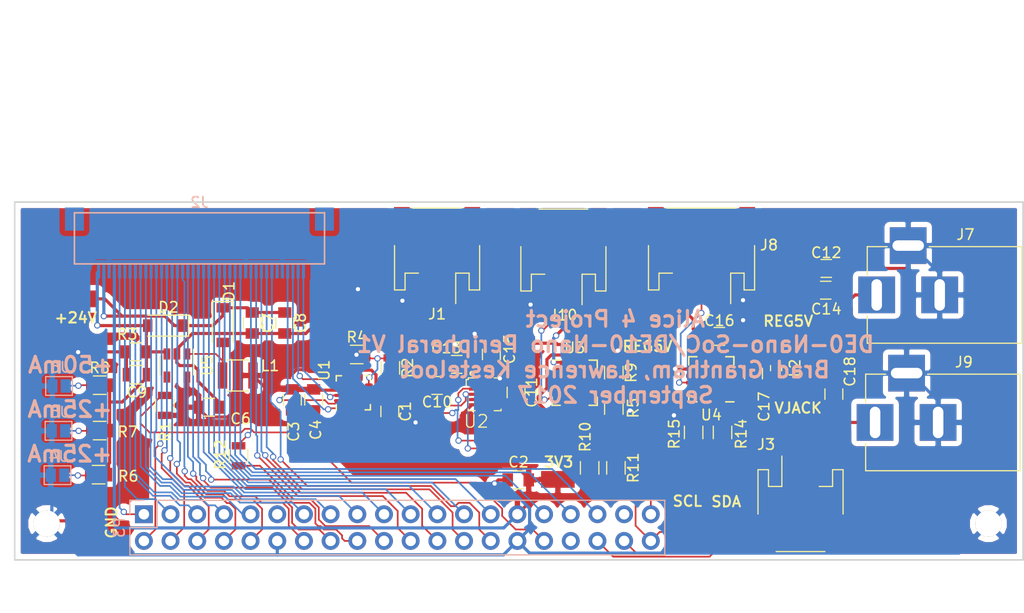
<source format=kicad_pcb>
(kicad_pcb (version 4) (host pcbnew 4.0.6)
  (layers (0 F.Cu signal) (31 B.Cu signal) (34 B.Paste user) (35 F.Paste user) (36 B.SilkS user) (37 F.SilkS user) (38 B.Mask user) (39 F.Mask user) (44 Edge.Cuts user))
  (net 0 "")
  (net 1 GND)
  (net 2 SCL)
  (net 3 SDA)
  (net 4 BACKLIGHT_PWM)
  (net 5 +3V3)
  (net 6 LED-A)
  (net 7 LED-K)
  (net 8 REGULATED5V)
  (net 9 VBAT)
  (net 10 LIPO)
  (net 11 HOME0)
  (net 12 HOME1)
  (net 13 "Net-(J4-Pad1)")
  (net 14 "Net-(J5-Pad1)")
  (net 15 "Net-(J6-Pad1)")
  (net 16 "Net-(R2-Pad1)")
  (net 17 "Net-(R14-Pad1)")
  (net 18 "Net-(C11-Pad1)")
  (net 19 "Net-(D1-Pad2)")
  (net 20 R0)
  (net 21 G0)
  (net 22 R1)
  (net 23 G1)
  (net 24 R2)
  (net 25 G2)
  (net 26 R3)
  (net 27 G3)
  (net 28 R4)
  (net 29 G4)
  (net 30 R5)
  (net 31 G5)
  (net 32 R6)
  (net 33 G6)
  (net 34 R7)
  (net 35 G7)
  (net 36 B0)
  (net 37 LCD_CLK)
  (net 38 B1)
  (net 39 DISPLAY_ON)
  (net 40 B2)
  (net 41 HSYNC)
  (net 42 B3)
  (net 43 VSYNC)
  (net 44 B4)
  (net 45 DATA_ENABLE)
  (net 46 B5)
  (net 47 B6)
  (net 48 B7)
  (net 49 VJACK)
  (net 50 "Net-(R5-Pad2)")
  (net 51 "Net-(R9-Pad2)")
  (net 52 PWREN)
  (net 53 YD)
  (net 54 XL)
  (net 55 YU)
  (net 56 XR)
  (net 57 "Net-(L2-Pad2)")
  (net 58 "Net-(J2-Pad35)")
  (net 59 "Net-(P3-Pad11)")
  (net 60 "Net-(P3-Pad34)")
  (net 61 "Net-(P3-Pad37)")
  (net 62 "Net-(U1-Pad2)")
  (net 63 "Net-(U2-Pad6)")
  (net 64 "Net-(U2-Pad7)")
  (net 65 "Net-(U3-Pad6)")
  (net 66 "Net-(U3-Pad7)")
  (net 67 "Net-(U3-Pad8)")
  (net 68 "Net-(U4-Pad2)")
  (net 69 "Net-(U4-Pad12)")
  (net 70 "Net-(J10-Pad1)")
  (net 71 "Net-(J2-Pad30)")
  (module Connectors_JST:JST_PH_S2B-PH-SM4-TB_02x2.00mm_Angled (layer F.Cu) (at 179.425 114.55)
    (fp_text reference J3 (at -3.275 -5.725) (layer F.SilkS))
    (fp_text value HOME)
    (pad 1 smd rect (at -1 -2.875) (size 1 3.5) (layers F.Cu F.Paste F.Mask) (net 12 HOME1))
    (pad 2 smd rect (at 1 -2.875) (size 1 3.5) (layers F.Cu F.Paste F.Mask) (net 11 HOME0))
    (pad "" smd rect (at -3.35 2.875) (size 1.5 3.4) (layers F.Cu F.Paste F.Mask))
    (pad "" smd rect (at 3.35 2.875) (size 1.5 3.4) (layers F.Cu F.Paste F.Mask))
  )
  (module Mounting_Holes:MountingHole_2-5mm (layer F.Cu) (at 197.311489 116.362947 270)
    (fp_text reference HOLE1 hide)
    (fp_text value MountingHole_2-5mm)
    (pad 1 thru_hole circle (at 0 0 270) (size 2.5 2.5) (drill 2.5) (layers *.Cu *.Mask F.SilkS) (net 1 GND))
  )
  (module Mounting_Holes:MountingHole_2-5mm (layer F.Cu) (at 107.661489 116.362947 270)
    (fp_text reference HOLE0 hide)
    (fp_text value MountingHole_2-5mm)
    (pad 1 thru_hole circle (at 0 0 270) (size 2.5 2.5) (drill 2.5) (layers *.Cu *.Mask F.SilkS) (net 1 GND))
  )
  (module Housings_DFN_QFN:QFN-16-1EP_3x3mm_Pitch0.5mm (layer F.Cu) (at 136.85 103.9 90)
    (fp_text reference U1 (at 2.15 -2.775 90) (layer F.SilkS))
    (fp_text value stmpe811)
    (pad 1 smd oval (at -1.475 -0.75 90) (size 0.75 0.3) (layers F.Cu F.Paste F.Mask) (net 53 YD))
    (pad 2 smd oval (at -1.475 -0.25 90) (size 0.75 0.3) (layers F.Cu F.Paste F.Mask) (net 62 "Net-(U1-Pad2)"))
    (pad 3 smd oval (at -1.475 0.25 90) (size 0.75 0.3) (layers F.Cu F.Paste F.Mask) (net 1 GND))
    (pad 4 smd oval (at -1.475 0.75 90) (size 0.75 0.3) (layers F.Cu F.Paste F.Mask) (net 2 SCL))
    (pad 5 smd oval (at -0.75 1.475 180) (size 0.75 0.3) (layers F.Cu F.Paste F.Mask) (net 3 SDA))
    (pad 6 smd oval (at -0.25 1.475 180) (size 0.75 0.3) (layers F.Cu F.Paste F.Mask) (net 5 +3V3))
    (pad 7 smd oval (at 0.25 1.475 180) (size 0.75 0.3) (layers F.Cu F.Paste F.Mask) (net 1 GND))
    (pad 8 smd oval (at 0.75 1.475 180) (size 0.75 0.3) (layers F.Cu F.Paste F.Mask) (net 16 "Net-(R2-Pad1)"))
    (pad 9 smd oval (at 1.475 0.75 90) (size 0.75 0.3) (layers F.Cu F.Paste F.Mask) (net 1 GND))
    (pad 10 smd oval (at 1.475 0.25 90) (size 0.75 0.3) (layers F.Cu F.Paste F.Mask) (net 1 GND))
    (pad 11 smd oval (at 1.475 -0.25 90) (size 0.75 0.3) (layers F.Cu F.Paste F.Mask) (net 5 +3V3))
    (pad 12 smd oval (at 1.475 -0.75 90) (size 0.75 0.3) (layers F.Cu F.Paste F.Mask) (net 1 GND))
    (pad 13 smd oval (at 0.75 -1.475 180) (size 0.75 0.3) (layers F.Cu F.Paste F.Mask) (net 54 XL))
    (pad 14 smd oval (at 0.25 -1.475 180) (size 0.75 0.3) (layers F.Cu F.Paste F.Mask) (net 5 +3V3))
    (pad 15 smd oval (at -0.25 -1.475 180) (size 0.75 0.3) (layers F.Cu F.Paste F.Mask) (net 55 YU))
    (pad 16 smd oval (at -0.75 -1.475 180) (size 0.75 0.3) (layers F.Cu F.Paste F.Mask) (net 56 XR))
    (pad 17 smd rect (at 0.45 0.45 90) (size 0.9 0.9) (layers F.Cu F.Paste F.Mask) (net 1 GND))
    (pad 17 smd rect (at 0.45 -0.45 90) (size 0.9 0.9) (layers F.Cu F.Paste F.Mask) (net 1 GND))
    (pad 17 smd rect (at -0.45 0.45 90) (size 0.9 0.9) (layers F.Cu F.Paste F.Mask) (net 1 GND))
    (pad 17 smd rect (at -0.45 -0.45 90) (size 0.9 0.9) (layers F.Cu F.Paste F.Mask) (net 1 GND))
  )
  (module Connectors:GS2 (layer B.Cu) (at 108.69 111.75 90)
    (fp_text reference J4 (at 1.78 0 360) (layer B.SilkS) (effects (justify mirror)))
    (fp_text value +25mA)
    (pad 1 smd rect (at 0 0.64 90) (size 1.27 0.97) (layers B.Cu B.Paste B.Mask) (net 13 "Net-(J4-Pad1)"))
    (pad 2 smd rect (at 0 -0.64 90) (size 1.27 0.97) (layers B.Cu B.Paste B.Mask) (net 1 GND))
  )
  (module Connectors:GS2 (layer B.Cu) (at 108.785 107.525 90)
    (fp_text reference J5 (at 1.78 0 360) (layer B.SilkS) (effects (justify mirror)))
    (fp_text value +25mA)
    (pad 1 smd rect (at 0 0.64 90) (size 1.27 0.97) (layers B.Cu B.Paste B.Mask) (net 14 "Net-(J5-Pad1)"))
    (pad 2 smd rect (at 0 -0.64 90) (size 1.27 0.97) (layers B.Cu B.Paste B.Mask) (net 1 GND))
  )
  (module Connectors:GS2 (layer B.Cu) (at 108.835 103.25 90)
    (fp_text reference J6 (at 1.78 0 360) (layer B.SilkS) (effects (justify mirror)))
    (fp_text value +50mA)
    (pad 1 smd rect (at 0 0.64 90) (size 1.27 0.97) (layers B.Cu B.Paste B.Mask) (net 15 "Net-(J6-Pad1)"))
    (pad 2 smd rect (at 0 -0.64 90) (size 1.27 0.97) (layers B.Cu B.Paste B.Mask) (net 1 GND))
  )
  (module Resistors_SMD:R_1210 (layer F.Cu) (at 125.85 102.25 180)
    (fp_text reference L1 (at -3.075 0.925 180) (layer F.SilkS))
    (fp_text value 10uH)
    (pad 1 smd rect (at -1.45 0 180) (size 0.9 2.5) (layers F.Cu F.Paste F.Mask) (net 5 +3V3))
    (pad 2 smd rect (at 1.45 0 180) (size 0.9 2.5) (layers F.Cu F.Paste F.Mask) (net 19 "Net-(D1-Pad2)"))
  )
  (module Diodes_SMD:D_SOD-123 (layer F.Cu) (at 124.425 97.45 270)
    (fp_text reference D1 (at -3.225 -0.6 270) (layer F.SilkS))
    (fp_text value MBR0540)
    (pad 1 smd rect (at -1.65 0 270) (size 0.9 1.2) (layers F.Cu F.Paste F.Mask) (net 6 LED-A))
    (pad 2 smd rect (at 1.65 0 270) (size 0.9 1.2) (layers F.Cu F.Paste F.Mask) (net 19 "Net-(D1-Pad2)"))
  )
  (module Diodes_SMD:D_SOD-123 (layer F.Cu) (at 118.925 97.5 180)
    (fp_text reference D2 (at -0.325 1.75 180) (layer F.SilkS))
    (fp_text value MM3Z24VT1G)
    (pad 1 smd rect (at -1.65 0 180) (size 0.9 1.2) (layers F.Cu F.Paste F.Mask) (net 6 LED-A))
    (pad 2 smd rect (at 1.65 0 180) (size 0.9 1.2) (layers F.Cu F.Paste F.Mask) (net 7 LED-K))
  )
  (module Inductors_SMD:L_0402 (layer F.Cu) (at 177.1 101.55 270)
    (fp_text reference L2 (at 0 -1.8 270) (layer F.SilkS))
    (fp_text value 6.8uH)
    (pad 1 smd rect (at -0.45 0 270) (size 0.4 0.6) (layers F.Cu F.Paste F.Mask) (net 9 VBAT))
    (pad 2 smd rect (at 0.45 0 270) (size 0.4 0.6) (layers F.Cu F.Paste F.Mask) (net 57 "Net-(L2-Pad2)"))
  )
  (module Pin_Headers:Pin_Header_Straight_2x20_Pitch2.54mm (layer B.Cu) (at 116.911489 115.472947 270)
    (fp_text reference P3 (at 1.27 2.33 270) (layer B.SilkS) (effects (justify mirror)))
    (fp_text value GPIO0)
    (pad 1 thru_hole rect (at 0 0 270) (size 1.7 1.7) (drill 1) (layers *.Cu *.Mask) (net 20 R0))
    (pad 2 thru_hole oval (at 2.54 0 270) (size 1.7 1.7) (drill 1) (layers *.Cu *.Mask) (net 21 G0))
    (pad 3 thru_hole oval (at 0 -2.54 270) (size 1.7 1.7) (drill 1) (layers *.Cu *.Mask) (net 22 R1))
    (pad 4 thru_hole oval (at 2.54 -2.54 270) (size 1.7 1.7) (drill 1) (layers *.Cu *.Mask) (net 23 G1))
    (pad 5 thru_hole oval (at 0 -5.08 270) (size 1.7 1.7) (drill 1) (layers *.Cu *.Mask) (net 24 R2))
    (pad 6 thru_hole oval (at 2.54 -5.08 270) (size 1.7 1.7) (drill 1) (layers *.Cu *.Mask) (net 25 G2))
    (pad 7 thru_hole oval (at 0 -7.62 270) (size 1.7 1.7) (drill 1) (layers *.Cu *.Mask) (net 26 R3))
    (pad 8 thru_hole oval (at 2.54 -7.62 270) (size 1.7 1.7) (drill 1) (layers *.Cu *.Mask) (net 27 G3))
    (pad 9 thru_hole oval (at 0 -10.16 270) (size 1.7 1.7) (drill 1) (layers *.Cu *.Mask) (net 28 R4))
    (pad 10 thru_hole oval (at 2.54 -10.16 270) (size 1.7 1.7) (drill 1) (layers *.Cu *.Mask) (net 29 G4))
    (pad 11 thru_hole oval (at 0 -12.7 270) (size 1.7 1.7) (drill 1) (layers *.Cu *.Mask) (net 59 "Net-(P3-Pad11)"))
    (pad 12 thru_hole oval (at 2.54 -12.7 270) (size 1.7 1.7) (drill 1) (layers *.Cu *.Mask) (net 1 GND))
    (pad 13 thru_hole oval (at 0 -15.24 270) (size 1.7 1.7) (drill 1) (layers *.Cu *.Mask) (net 30 R5))
    (pad 14 thru_hole oval (at 2.54 -15.24 270) (size 1.7 1.7) (drill 1) (layers *.Cu *.Mask) (net 31 G5))
    (pad 15 thru_hole oval (at 0 -17.78 270) (size 1.7 1.7) (drill 1) (layers *.Cu *.Mask) (net 32 R6))
    (pad 16 thru_hole oval (at 2.54 -17.78 270) (size 1.7 1.7) (drill 1) (layers *.Cu *.Mask) (net 33 G6))
    (pad 17 thru_hole oval (at 0 -20.32 270) (size 1.7 1.7) (drill 1) (layers *.Cu *.Mask) (net 34 R7))
    (pad 18 thru_hole oval (at 2.54 -20.32 270) (size 1.7 1.7) (drill 1) (layers *.Cu *.Mask) (net 35 G7))
    (pad 19 thru_hole oval (at 0 -22.86 270) (size 1.7 1.7) (drill 1) (layers *.Cu *.Mask) (net 36 B0))
    (pad 20 thru_hole oval (at 2.54 -22.86 270) (size 1.7 1.7) (drill 1) (layers *.Cu *.Mask) (net 37 LCD_CLK))
    (pad 21 thru_hole oval (at 0 -25.4 270) (size 1.7 1.7) (drill 1) (layers *.Cu *.Mask) (net 38 B1))
    (pad 22 thru_hole oval (at 2.54 -25.4 270) (size 1.7 1.7) (drill 1) (layers *.Cu *.Mask) (net 39 DISPLAY_ON))
    (pad 23 thru_hole oval (at 0 -27.94 270) (size 1.7 1.7) (drill 1) (layers *.Cu *.Mask) (net 40 B2))
    (pad 24 thru_hole oval (at 2.54 -27.94 270) (size 1.7 1.7) (drill 1) (layers *.Cu *.Mask) (net 41 HSYNC))
    (pad 25 thru_hole oval (at 0 -30.48 270) (size 1.7 1.7) (drill 1) (layers *.Cu *.Mask) (net 42 B3))
    (pad 26 thru_hole oval (at 2.54 -30.48 270) (size 1.7 1.7) (drill 1) (layers *.Cu *.Mask) (net 43 VSYNC))
    (pad 27 thru_hole oval (at 0 -33.02 270) (size 1.7 1.7) (drill 1) (layers *.Cu *.Mask) (net 44 B4))
    (pad 28 thru_hole oval (at 2.54 -33.02 270) (size 1.7 1.7) (drill 1) (layers *.Cu *.Mask) (net 45 DATA_ENABLE))
    (pad 29 thru_hole oval (at 0 -35.56 270) (size 1.7 1.7) (drill 1) (layers *.Cu *.Mask) (net 5 +3V3))
    (pad 30 thru_hole oval (at 2.54 -35.56 270) (size 1.7 1.7) (drill 1) (layers *.Cu *.Mask) (net 1 GND))
    (pad 31 thru_hole oval (at 0 -38.1 270) (size 1.7 1.7) (drill 1) (layers *.Cu *.Mask) (net 46 B5))
    (pad 32 thru_hole oval (at 2.54 -38.1 270) (size 1.7 1.7) (drill 1) (layers *.Cu *.Mask) (net 4 BACKLIGHT_PWM))
    (pad 33 thru_hole oval (at 0 -40.64 270) (size 1.7 1.7) (drill 1) (layers *.Cu *.Mask) (net 47 B6))
    (pad 34 thru_hole oval (at 2.54 -40.64 270) (size 1.7 1.7) (drill 1) (layers *.Cu *.Mask) (net 60 "Net-(P3-Pad34)"))
    (pad 35 thru_hole oval (at 0 -43.18 270) (size 1.7 1.7) (drill 1) (layers *.Cu *.Mask) (net 48 B7))
    (pad 36 thru_hole oval (at 2.54 -43.18 270) (size 1.7 1.7) (drill 1) (layers *.Cu *.Mask) (net 11 HOME0))
    (pad 37 thru_hole oval (at 0 -45.72 270) (size 1.7 1.7) (drill 1) (layers *.Cu *.Mask) (net 61 "Net-(P3-Pad37)"))
    (pad 38 thru_hole oval (at 2.54 -45.72 270) (size 1.7 1.7) (drill 1) (layers *.Cu *.Mask) (net 12 HOME1))
    (pad 39 thru_hole oval (at 0 -48.26 270) (size 1.7 1.7) (drill 1) (layers *.Cu *.Mask) (net 2 SCL))
    (pad 40 thru_hole oval (at 2.54 -48.26 270) (size 1.7 1.7) (drill 1) (layers *.Cu *.Mask) (net 3 SDA))
  )
  (module l3gd20h:l3gd20h (layer F.Cu) (at 149.355155 104.044387)
    (fp_text reference U2 (at -0.805155 2.580613) (layer F.SilkS) (effects (font (size 1.2 1.2) (thickness 0.12))))
    (fp_text value l3gd20h)
    (pad 1 smd rect (at -1.213 -1) (size 0.575 0.3) (layers F.Cu F.Paste F.Mask) (net 5 +3V3))
    (pad 2 smd rect (at -1.213 -0.5) (size 0.575 0.3) (layers F.Cu F.Paste F.Mask) (net 2 SCL))
    (pad 3 smd rect (at -1.213 0) (size 0.575 0.3) (layers F.Cu F.Paste F.Mask) (net 3 SDA))
    (pad 4 smd rect (at -1.213 0.5) (size 0.575 0.3) (layers F.Cu F.Paste F.Mask) (net 1 GND))
    (pad 5 smd rect (at -1.213 1) (size 0.575 0.3) (layers F.Cu F.Paste F.Mask) (net 5 +3V3))
    (pad 6 smd rect (at -0.5 1.213) (size 0.3 0.575) (layers F.Cu F.Paste F.Mask) (net 63 "Net-(U2-Pad6)"))
    (pad 7 smd rect (at 0 1.213) (size 0.3 0.575) (layers F.Cu F.Paste F.Mask) (net 64 "Net-(U2-Pad7)"))
    (pad 8 smd rect (at 0.5 1.213) (size 0.3 0.575) (layers F.Cu F.Paste F.Mask) (net 1 GND))
    (pad 9 smd rect (at 1.213 1) (size 0.575 0.3) (layers F.Cu F.Paste F.Mask) (net 1 GND))
    (pad 10 smd rect (at 1.213 0.5) (size 0.575 0.3) (layers F.Cu F.Paste F.Mask) (net 1 GND))
    (pad 11 smd rect (at 1.213 0) (size 0.575 0.3) (layers F.Cu F.Paste F.Mask) (net 1 GND))
    (pad 12 smd rect (at 1.213 -0.5) (size 0.575 0.3) (layers F.Cu F.Paste F.Mask) (net 1 GND))
    (pad 13 smd rect (at 1.213 -1) (size 0.575 0.3) (layers F.Cu F.Paste F.Mask) (net 1 GND))
    (pad 14 smd rect (at 0.5 -1.213) (size 0.3 0.575) (layers F.Cu F.Paste F.Mask) (net 18 "Net-(C11-Pad1)"))
    (pad 15 smd rect (at 0 -1.213) (size 0.3 0.575) (layers F.Cu F.Paste F.Mask) (net 5 +3V3))
    (pad 16 smd rect (at -0.5 -1.213) (size 0.3 0.575) (layers F.Cu F.Paste F.Mask) (net 5 +3V3))
  )
  (module Housings_DFN_QFN:QFN-20-1EP_4x4mm_Pitch0.5mm (layer F.Cu) (at 157.921551 102.939489)
    (fp_text reference U3 (at 0 -3.33) (layer F.SilkS))
    (fp_text value mcp73871)
    (pad 1 smd rect (at -1.965 -1) (size 0.73 0.3) (layers F.Cu F.Paste F.Mask) (net 9 VBAT))
    (pad 2 smd rect (at -1.965 -0.5) (size 0.73 0.3) (layers F.Cu F.Paste F.Mask) (net 49 VJACK))
    (pad 3 smd rect (at -1.965 0) (size 0.73 0.3) (layers F.Cu F.Paste F.Mask) (net 49 VJACK))
    (pad 4 smd rect (at -1.965 0.5) (size 0.73 0.3) (layers F.Cu F.Paste F.Mask) (net 49 VJACK))
    (pad 5 smd rect (at -1.965 1) (size 0.73 0.3) (layers F.Cu F.Paste F.Mask) (net 70 "Net-(J10-Pad1)"))
    (pad 6 smd rect (at -1 1.965 90) (size 0.73 0.3) (layers F.Cu F.Paste F.Mask) (net 65 "Net-(U3-Pad6)"))
    (pad 7 smd rect (at -0.5 1.965 90) (size 0.73 0.3) (layers F.Cu F.Paste F.Mask) (net 66 "Net-(U3-Pad7)"))
    (pad 8 smd rect (at 0 1.965 90) (size 0.73 0.3) (layers F.Cu F.Paste F.Mask) (net 67 "Net-(U3-Pad8)"))
    (pad 9 smd rect (at 0.5 1.965 90) (size 0.73 0.3) (layers F.Cu F.Paste F.Mask) (net 49 VJACK))
    (pad 10 smd rect (at 1 1.965 90) (size 0.73 0.3) (layers F.Cu F.Paste F.Mask) (net 1 GND))
    (pad 11 smd rect (at 1.965 1) (size 0.73 0.3) (layers F.Cu F.Paste F.Mask) (net 1 GND))
    (pad 12 smd rect (at 1.965 0.5) (size 0.73 0.3) (layers F.Cu F.Paste F.Mask) (net 50 "Net-(R5-Pad2)"))
    (pad 13 smd rect (at 1.965 0) (size 0.73 0.3) (layers F.Cu F.Paste F.Mask) (net 51 "Net-(R9-Pad2)"))
    (pad 14 smd rect (at 1.965 -0.5) (size 0.73 0.3) (layers F.Cu F.Paste F.Mask) (net 10 LIPO))
    (pad 15 smd rect (at 1.965 -1) (size 0.73 0.3) (layers F.Cu F.Paste F.Mask) (net 10 LIPO))
    (pad 16 smd rect (at 1 -1.965 90) (size 0.73 0.3) (layers F.Cu F.Paste F.Mask) (net 10 LIPO))
    (pad 17 smd rect (at 0.5 -1.965 90) (size 0.73 0.3) (layers F.Cu F.Paste F.Mask) (net 49 VJACK))
    (pad 18 smd rect (at 0 -1.965 90) (size 0.73 0.3) (layers F.Cu F.Paste F.Mask) (net 49 VJACK))
    (pad 19 smd rect (at -0.5 -1.965 90) (size 0.73 0.3) (layers F.Cu F.Paste F.Mask) (net 49 VJACK))
    (pad 20 smd rect (at -1 -1.965 90) (size 0.73 0.3) (layers F.Cu F.Paste F.Mask) (net 9 VBAT))
    (pad 21 smd rect (at 0.625 0.625) (size 1.25 1.25) (layers F.Cu F.Paste F.Mask) (net 1 GND))
    (pad 21 smd rect (at 0.625 -0.625) (size 1.25 1.25) (layers F.Cu F.Paste F.Mask) (net 1 GND))
    (pad 21 smd rect (at -0.625 0.625) (size 1.25 1.25) (layers F.Cu F.Paste F.Mask) (net 1 GND))
    (pad 21 smd rect (at -0.625 -0.625) (size 1.25 1.25) (layers F.Cu F.Paste F.Mask) (net 1 GND))
  )
  (module Housings_DFN_QFN:QFN-16-1EP_4x4mm_Pitch0.65mm (layer F.Cu) (at 170.932062 102.612544 180)
    (fp_text reference U4 (at 0 -3.4 180) (layer F.SilkS))
    (fp_text value tps61090rsar)
    (pad 1 smd rect (at -2 -0.975 180) (size 0.8 0.35) (layers F.Cu F.Paste F.Mask) (net 8 REGULATED5V))
    (pad 2 smd rect (at -2 -0.325 180) (size 0.8 0.35) (layers F.Cu F.Paste F.Mask) (net 68 "Net-(U4-Pad2)"))
    (pad 3 smd rect (at -2 0.325 180) (size 0.8 0.35) (layers F.Cu F.Paste F.Mask) (net 57 "Net-(L2-Pad2)"))
    (pad 4 smd rect (at -2 0.975 180) (size 0.8 0.35) (layers F.Cu F.Paste F.Mask) (net 57 "Net-(L2-Pad2)"))
    (pad 5 smd rect (at -0.975 2 270) (size 0.8 0.35) (layers F.Cu F.Paste F.Mask) (net 1 GND))
    (pad 6 smd rect (at -0.325 2 270) (size 0.8 0.35) (layers F.Cu F.Paste F.Mask) (net 1 GND))
    (pad 7 smd rect (at 0.325 2 270) (size 0.8 0.35) (layers F.Cu F.Paste F.Mask) (net 1 GND))
    (pad 8 smd rect (at 0.975 2 270) (size 0.8 0.35) (layers F.Cu F.Paste F.Mask) (net 9 VBAT))
    (pad 9 smd rect (at 2 0.975 180) (size 0.8 0.35) (layers F.Cu F.Paste F.Mask) (net 1 GND))
    (pad 10 smd rect (at 2 0.325 180) (size 0.8 0.35) (layers F.Cu F.Paste F.Mask) (net 1 GND))
    (pad 11 smd rect (at 2 -0.325 180) (size 0.8 0.35) (layers F.Cu F.Paste F.Mask) (net 52 PWREN))
    (pad 12 smd rect (at 2 -0.975 180) (size 0.8 0.35) (layers F.Cu F.Paste F.Mask) (net 69 "Net-(U4-Pad12)"))
    (pad 13 smd rect (at 0.975 -2 270) (size 0.8 0.35) (layers F.Cu F.Paste F.Mask) (net 1 GND))
    (pad 14 smd rect (at 0.325 -2 270) (size 0.8 0.35) (layers F.Cu F.Paste F.Mask) (net 17 "Net-(R14-Pad1)"))
    (pad 15 smd rect (at -0.325 -2 270) (size 0.8 0.35) (layers F.Cu F.Paste F.Mask) (net 8 REGULATED5V))
    (pad 16 smd rect (at -0.975 -2 270) (size 0.8 0.35) (layers F.Cu F.Paste F.Mask) (net 8 REGULATED5V))
    (pad 17 smd rect (at 0.625 0.625 180) (size 1.25 1.25) (layers F.Cu F.Paste F.Mask) (net 1 GND))
    (pad 17 smd rect (at 0.625 -0.625 180) (size 1.25 1.25) (layers F.Cu F.Paste F.Mask) (net 1 GND))
    (pad 17 smd rect (at -0.625 0.625 180) (size 1.25 1.25) (layers F.Cu F.Paste F.Mask) (net 1 GND))
    (pad 17 smd rect (at -0.625 -0.625 180) (size 1.25 1.25) (layers F.Cu F.Paste F.Mask) (net 1 GND))
  )
  (module TO_SOT_Packages_SMD:SOT-23-5 (layer F.Cu) (at 120.05 101.3 270)
    (fp_text reference U5 (at 0 -2.9 270) (layer F.SilkS))
    (fp_text value fan5333bsx)
    (pad 1 smd rect (at -1.1 -0.95 270) (size 1.06 0.65) (layers F.Cu F.Paste F.Mask) (net 19 "Net-(D1-Pad2)"))
    (pad 2 smd rect (at -1.1 0 270) (size 1.06 0.65) (layers F.Cu F.Paste F.Mask) (net 1 GND))
    (pad 3 smd rect (at -1.1 0.95 270) (size 1.06 0.65) (layers F.Cu F.Paste F.Mask) (net 7 LED-K))
    (pad 4 smd rect (at 1.1 0.95 270) (size 1.06 0.65) (layers F.Cu F.Paste F.Mask) (net 4 BACKLIGHT_PWM))
    (pad 5 smd rect (at 1.1 -0.95 270) (size 1.06 0.65) (layers F.Cu F.Paste F.Mask) (net 5 +3V3))
  )
  (module Connectors_JST:JST_PH_S2B-PH-SM4-TB_02x2.00mm_Angled (layer F.Cu) (at 144.825 90.775 180)
    (fp_text reference J1 (at 0 -5.625 180) (layer F.SilkS))
    (fp_text value LIPO)
    (pad 1 smd rect (at -1 -2.875 180) (size 1 3.5) (layers F.Cu F.Paste F.Mask) (net 10 LIPO))
    (pad 2 smd rect (at 1 -2.875 180) (size 1 3.5) (layers F.Cu F.Paste F.Mask) (net 1 GND))
    (pad "" smd rect (at -3.35 2.875 180) (size 1.5 3.4) (layers F.Cu F.Paste F.Mask))
    (pad "" smd rect (at 3.35 2.875 180) (size 1.5 3.4) (layers F.Cu F.Paste F.Mask))
  )
  (module Capacitors_SMD:C_0805 (layer F.Cu) (at 140.325 105.675 270)
    (fp_text reference C1 (at 0 -1.5 270) (layer F.SilkS))
    (fp_text value .1uF)
    (pad 1 smd rect (at -1 0 270) (size 1 1.25) (layers F.Cu F.Paste F.Mask) (net 5 +3V3))
    (pad 2 smd rect (at 1 0 270) (size 1 1.25) (layers F.Cu F.Paste F.Mask) (net 1 GND))
  )
  (module Capacitors_SMD:C_0805 (layer F.Cu) (at 152.55 112.2 180)
    (fp_text reference C2 (at -0.025 1.7 180) (layer F.SilkS))
    (fp_text value 10uF)
    (pad 1 smd rect (at -1 0 180) (size 1 1.25) (layers F.Cu F.Paste F.Mask) (net 5 +3V3))
    (pad 2 smd rect (at 1 0 180) (size 1 1.25) (layers F.Cu F.Paste F.Mask) (net 1 GND))
  )
  (module Capacitors_SMD:C_0805 (layer F.Cu) (at 131.05 104.575 270)
    (fp_text reference C3 (at 3.025 -0.125 270) (layer F.SilkS))
    (fp_text value .1uF)
    (pad 1 smd rect (at -1 0 270) (size 1 1.25) (layers F.Cu F.Paste F.Mask) (net 5 +3V3))
    (pad 2 smd rect (at 1 0 270) (size 1 1.25) (layers F.Cu F.Paste F.Mask) (net 1 GND))
  )
  (module Capacitors_SMD:C_0805 (layer F.Cu) (at 133.075 104.575 270)
    (fp_text reference C4 (at 2.85 -0.2 270) (layer F.SilkS))
    (fp_text value 1uF)
    (pad 1 smd rect (at -1 0 270) (size 1 1.25) (layers F.Cu F.Paste F.Mask) (net 5 +3V3))
    (pad 2 smd rect (at 1 0 270) (size 1 1.25) (layers F.Cu F.Paste F.Mask) (net 1 GND))
  )
  (module Capacitors_SMD:C_0805 (layer F.Cu) (at 123.125 105.275)
    (fp_text reference C6 (at 3 1.1) (layer F.SilkS))
    (fp_text value 10uF)
    (pad 1 smd rect (at -1 0) (size 1 1.25) (layers F.Cu F.Paste F.Mask) (net 5 +3V3))
    (pad 2 smd rect (at 1 0) (size 1 1.25) (layers F.Cu F.Paste F.Mask) (net 1 GND))
  )
  (module Capacitors_SMD:C_0805 (layer F.Cu) (at 127.225 97.25 270)
    (fp_text reference C7 (at 0 -1.5 270) (layer F.SilkS))
    (fp_text value 1uF)
    (pad 1 smd rect (at -1 0 270) (size 1 1.25) (layers F.Cu F.Paste F.Mask) (net 6 LED-A))
    (pad 2 smd rect (at 1 0 270) (size 1 1.25) (layers F.Cu F.Paste F.Mask) (net 1 GND))
  )
  (module Capacitors_SMD:C_0805 (layer F.Cu) (at 130.325 97.25 270)
    (fp_text reference C8 (at 0 -1.5 270) (layer F.SilkS))
    (fp_text value 1uF)
    (pad 1 smd rect (at -1 0 270) (size 1 1.25) (layers F.Cu F.Paste F.Mask) (net 6 LED-A))
    (pad 2 smd rect (at 1 0 270) (size 1 1.25) (layers F.Cu F.Paste F.Mask) (net 1 GND))
  )
  (module Capacitors_SMD:C_0805 (layer F.Cu) (at 116.15 100 180)
    (fp_text reference C9 (at -0.1 -3.85 180) (layer F.SilkS))
    (fp_text value .1uF)
    (pad 1 smd rect (at -1 0 180) (size 1 1.25) (layers F.Cu F.Paste F.Mask) (net 7 LED-K))
    (pad 2 smd rect (at 1 0 180) (size 1 1.25) (layers F.Cu F.Paste F.Mask) (net 1 GND))
  )
  (module Capacitors_SMD:C_0805 (layer F.Cu) (at 144.825 103.2)
    (fp_text reference C10 (at 0 1.575) (layer F.SilkS))
    (fp_text value 100nF)
    (pad 1 smd rect (at -1 0) (size 1 1.25) (layers F.Cu F.Paste F.Mask) (net 1 GND))
    (pad 2 smd rect (at 1 0) (size 1 1.25) (layers F.Cu F.Paste F.Mask) (net 5 +3V3))
  )
  (module Capacitors_SMD:C_0805 (layer F.Cu) (at 152.343155 103.869387 270)
    (fp_text reference C11 (at 0 -1.5 270) (layer F.SilkS))
    (fp_text value 10nF)
    (pad 1 smd rect (at -1 0 270) (size 1 1.25) (layers F.Cu F.Paste F.Mask) (net 18 "Net-(C11-Pad1)"))
    (pad 2 smd rect (at 1 0 270) (size 1 1.25) (layers F.Cu F.Paste F.Mask) (net 1 GND))
  )
  (module Capacitors_SMD:C_0805 (layer F.Cu) (at 181.875 92.05)
    (fp_text reference C12 (at 0 -1.5) (layer F.SilkS))
    (fp_text value 2.2uF)
    (pad 1 smd rect (at -1 0) (size 1 1.25) (layers F.Cu F.Paste F.Mask) (net 8 REGULATED5V))
    (pad 2 smd rect (at 1 0) (size 1 1.25) (layers F.Cu F.Paste F.Mask) (net 1 GND))
  )
  (module Capacitors_SMD:C_0805 (layer F.Cu) (at 146.693155 101.194387 180)
    (fp_text reference C13 (at 0.993155 1.569387 180) (layer F.SilkS))
    (fp_text value 100nF)
    (pad 1 smd rect (at -1 0 180) (size 1 1.25) (layers F.Cu F.Paste F.Mask) (net 5 +3V3))
    (pad 2 smd rect (at 1 0 180) (size 1 1.25) (layers F.Cu F.Paste F.Mask) (net 1 GND))
  )
  (module Capacitors_SMD:C_0805 (layer F.Cu) (at 181.825 94.125)
    (fp_text reference C14 (at 0.05 1.8) (layer F.SilkS))
    (fp_text value 100uF)
    (pad 1 smd rect (at -1 0) (size 1 1.25) (layers F.Cu F.Paste F.Mask) (net 8 REGULATED5V))
    (pad 2 smd rect (at 1 0) (size 1 1.25) (layers F.Cu F.Paste F.Mask) (net 1 GND))
  )
  (module Capacitors_SMD:C_0805 (layer F.Cu) (at 149.993155 100.244387 90)
    (fp_text reference C15 (at 0.519387 1.731845 90) (layer F.SilkS))
    (fp_text value 10uF)
    (pad 1 smd rect (at -1 0 90) (size 1 1.25) (layers F.Cu F.Paste F.Mask) (net 5 +3V3))
    (pad 2 smd rect (at 1 0 90) (size 1 1.25) (layers F.Cu F.Paste F.Mask) (net 1 GND))
  )
  (module Capacitors_SMD:C_0805 (layer F.Cu) (at 171.7 98.525)
    (fp_text reference C16 (at 0 -1.5) (layer F.SilkS))
    (fp_text value 10uF)
    (pad 1 smd rect (at -1 0) (size 1 1.25) (layers F.Cu F.Paste F.Mask) (net 9 VBAT))
    (pad 2 smd rect (at 1 0) (size 1 1.25) (layers F.Cu F.Paste F.Mask) (net 1 GND))
  )
  (module Capacitors_SMD:C_0805 (layer F.Cu) (at 174.95 102.075 90)
    (fp_text reference C17 (at -3.15 1 90) (layer F.SilkS))
    (fp_text value .1uF)
    (pad 1 smd rect (at -1 0 90) (size 1 1.25) (layers F.Cu F.Paste F.Mask) (net 9 VBAT))
    (pad 2 smd rect (at 1 0 90) (size 1 1.25) (layers F.Cu F.Paste F.Mask) (net 1 GND))
  )
  (module Capacitors_SMD:C_0805 (layer F.Cu) (at 182.6 104.025 90)
    (fp_text reference C18 (at 2.15 1.525 90) (layer F.SilkS))
    (fp_text value 10uF)
    (pad 1 smd rect (at -1 0 90) (size 1 1.25) (layers F.Cu F.Paste F.Mask) (net 49 VJACK))
    (pad 2 smd rect (at 1 0 90) (size 1 1.25) (layers F.Cu F.Paste F.Mask) (net 1 GND))
  )
  (module Resistors_SMD:R_0805 (layer F.Cu) (at 118.9 105.1 270)
    (fp_text reference R1 (at 2.5 -0.05 270) (layer F.SilkS))
    (fp_text value 10K)
    (pad 1 smd rect (at -0.95 0 270) (size 0.7 1.3) (layers F.Cu F.Paste F.Mask) (net 4 BACKLIGHT_PWM))
    (pad 2 smd rect (at 0.95 0 270) (size 0.7 1.3) (layers F.Cu F.Paste F.Mask) (net 5 +3V3))
  )
  (module Resistors_SMD:R_0805 (layer F.Cu) (at 116.2 102.175)
    (fp_text reference R3 (at -0.875 -3.85) (layer F.SilkS))
    (fp_text value 12)
    (pad 1 smd rect (at -0.95 0) (size 0.7 1.3) (layers F.Cu F.Paste F.Mask) (net 1 GND))
    (pad 2 smd rect (at 0.95 0) (size 0.7 1.3) (layers F.Cu F.Paste F.Mask) (net 7 LED-K))
  )
  (module Resistors_SMD:R_0805 (layer F.Cu) (at 161.65 105.35 90)
    (fp_text reference R5 (at 0 1.85 90) (layer F.SilkS))
    (fp_text value 100K)
    (pad 1 smd rect (at -0.95 0 90) (size 0.7 1.3) (layers F.Cu F.Paste F.Mask) (net 1 GND))
    (pad 2 smd rect (at 0.95 0 90) (size 0.7 1.3) (layers F.Cu F.Paste F.Mask) (net 50 "Net-(R5-Pad2)"))
  )
  (module Resistors_SMD:R_0805 (layer F.Cu) (at 112.6 111.7)
    (fp_text reference R6 (at 2.825 0.15) (layer F.SilkS))
    (fp_text value 12)
    (pad 1 smd rect (at -0.95 0) (size 0.7 1.3) (layers F.Cu F.Paste F.Mask) (net 13 "Net-(J4-Pad1)"))
    (pad 2 smd rect (at 0.95 0) (size 0.7 1.3) (layers F.Cu F.Paste F.Mask) (net 7 LED-K))
  )
  (module Resistors_SMD:R_0805 (layer F.Cu) (at 112.7 107.5)
    (fp_text reference R7 (at 2.675 0.125) (layer F.SilkS))
    (fp_text value 12)
    (pad 1 smd rect (at -0.95 0) (size 0.7 1.3) (layers F.Cu F.Paste F.Mask) (net 14 "Net-(J5-Pad1)"))
    (pad 2 smd rect (at 0.95 0) (size 0.7 1.3) (layers F.Cu F.Paste F.Mask) (net 7 LED-K))
  )
  (module Resistors_SMD:R_0805 (layer F.Cu) (at 112.7 103.175)
    (fp_text reference R8 (at 0 -1.65) (layer F.SilkS))
    (fp_text value 6)
    (pad 1 smd rect (at -0.95 0) (size 0.7 1.3) (layers F.Cu F.Paste F.Mask) (net 15 "Net-(J6-Pad1)"))
    (pad 2 smd rect (at 0.95 0) (size 0.7 1.3) (layers F.Cu F.Paste F.Mask) (net 7 LED-K))
  )
  (module Resistors_SMD:R_0805 (layer F.Cu) (at 161.65 101.975 270)
    (fp_text reference R9 (at 0 -1.65 270) (layer F.SilkS))
    (fp_text value 1K)
    (pad 1 smd rect (at -0.95 0 270) (size 0.7 1.3) (layers F.Cu F.Paste F.Mask) (net 1 GND))
    (pad 2 smd rect (at 0.95 0 270) (size 0.7 1.3) (layers F.Cu F.Paste F.Mask) (net 51 "Net-(R9-Pad2)"))
  )
  (module Resistors_SMD:R_0805 (layer F.Cu) (at 159.35 111.05 270)
    (fp_text reference R10 (at -2.95 0.425 270) (layer F.SilkS))
    (fp_text value 2.2K)
    (pad 1 smd rect (at -0.95 0 270) (size 0.7 1.3) (layers F.Cu F.Paste F.Mask) (net 3 SDA))
    (pad 2 smd rect (at 0.95 0 270) (size 0.7 1.3) (layers F.Cu F.Paste F.Mask) (net 5 +3V3))
  )
  (module Resistors_SMD:R_0805 (layer F.Cu) (at 161.85 111.05 270)
    (fp_text reference R11 (at 0 -1.65 270) (layer F.SilkS))
    (fp_text value 2.2K)
    (pad 1 smd rect (at -0.95 0 270) (size 0.7 1.3) (layers F.Cu F.Paste F.Mask) (net 2 SCL))
    (pad 2 smd rect (at 0.95 0 270) (size 0.7 1.3) (layers F.Cu F.Paste F.Mask) (net 5 +3V3))
  )
  (module Resistors_SMD:R_0805 (layer F.Cu) (at 172 107.675 90)
    (fp_text reference R14 (at -0.15 1.775 90) (layer F.SilkS))
    (fp_text value 1.87M)
    (pad 1 smd rect (at -0.95 0 90) (size 0.7 1.3) (layers F.Cu F.Paste F.Mask) (net 17 "Net-(R14-Pad1)"))
    (pad 2 smd rect (at 0.95 0 90) (size 0.7 1.3) (layers F.Cu F.Paste F.Mask) (net 8 REGULATED5V))
  )
  (module Resistors_SMD:R_0805 (layer F.Cu) (at 169.25 107.675 270)
    (fp_text reference R15 (at 0.15 1.85 270) (layer F.SilkS))
    (fp_text value 200K)
    (pad 1 smd rect (at -0.95 0 270) (size 0.7 1.3) (layers F.Cu F.Paste F.Mask) (net 1 GND))
    (pad 2 smd rect (at 0.95 0 270) (size 0.7 1.3) (layers F.Cu F.Paste F.Mask) (net 17 "Net-(R14-Pad1)"))
  )
  (module Connectors_JST:JST_PH_S2B-PH-SM4-TB_02x2.00mm_Angled (layer F.Cu) (at 156.85 90.875 180)
    (fp_text reference J10 (at 0 -5.625 180) (layer F.SilkS))
    (fp_text value THERM)
    (pad 1 smd rect (at -1 -2.875 180) (size 1 3.5) (layers F.Cu F.Paste F.Mask) (net 70 "Net-(J10-Pad1)"))
    (pad 2 smd rect (at 1 -2.875 180) (size 1 3.5) (layers F.Cu F.Paste F.Mask) (net 1 GND))
    (pad "" smd rect (at -3.35 2.875 180) (size 1.5 3.4) (layers F.Cu F.Paste F.Mask))
    (pad "" smd rect (at 3.35 2.875 180) (size 1.5 3.4) (layers F.Cu F.Paste F.Mask))
  )
  (module Resistors_SMD:R_0805 (layer F.Cu) (at 140.375 101.525 270)
    (fp_text reference R2 (at 0 -1.65 270) (layer F.SilkS))
    (fp_text value 200K)
    (pad 1 smd rect (at -0.95 0 270) (size 0.7 1.3) (layers F.Cu F.Paste F.Mask) (net 16 "Net-(R2-Pad1)"))
    (pad 2 smd rect (at 0.95 0 270) (size 0.7 1.3) (layers F.Cu F.Paste F.Mask) (net 10 LIPO))
  )
  (module Resistors_SMD:R_0805 (layer F.Cu) (at 137.175 100.25)
    (fp_text reference R4 (at 0 -1.65) (layer F.SilkS))
    (fp_text value 200K)
    (pad 1 smd rect (at -0.95 0) (size 0.7 1.3) (layers F.Cu F.Paste F.Mask) (net 1 GND))
    (pad 2 smd rect (at 0.95 0) (size 0.7 1.3) (layers F.Cu F.Paste F.Mask) (net 16 "Net-(R2-Pad1)"))
  )
  (module kyocera_6288:kyocera_6288 (layer B.Cu) (at 122.2 86.25)
    (fp_text reference J2 (at 0 -0.5) (layer B.SilkS) (effects (justify mirror)))
    (fp_text value LCD)
    (pad 1 smd rect (at -9.6 6.1) (size 0.3 1.3) (layers B.Cu B.Paste B.Mask) (net 7 LED-K) (clearance 0.1016))
    (pad 2 smd rect (at -9.1 6.1) (size 0.3 1.3) (layers B.Cu B.Paste B.Mask) (net 6 LED-A) (clearance 0.1016))
    (pad 3 smd rect (at -8.6 6.1) (size 0.3 1.3) (layers B.Cu B.Paste B.Mask) (net 1 GND) (clearance 0.1016))
    (pad 4 smd rect (at -8.1 6.1) (size 0.3 1.3) (layers B.Cu B.Paste B.Mask) (net 5 +3V3) (clearance 0.1016))
    (pad 5 smd rect (at -7.6 6.1) (size 0.3 1.3) (layers B.Cu B.Paste B.Mask) (net 20 R0) (clearance 0.1016))
    (pad 6 smd rect (at -7.1 6.1) (size 0.3 1.3) (layers B.Cu B.Paste B.Mask) (net 22 R1) (clearance 0.1016))
    (pad 7 smd rect (at -6.6 6.1) (size 0.3 1.3) (layers B.Cu B.Paste B.Mask) (net 24 R2) (clearance 0.1016))
    (pad 8 smd rect (at -6.1 6.1) (size 0.3 1.3) (layers B.Cu B.Paste B.Mask) (net 26 R3) (clearance 0.1016))
    (pad 9 smd rect (at -5.6 6.1) (size 0.3 1.3) (layers B.Cu B.Paste B.Mask) (net 28 R4) (clearance 0.1016))
    (pad 10 smd rect (at -5.1 6.1) (size 0.3 1.3) (layers B.Cu B.Paste B.Mask) (net 30 R5) (clearance 0.1016))
    (pad 11 smd rect (at -4.6 6.1) (size 0.3 1.3) (layers B.Cu B.Paste B.Mask) (net 32 R6) (clearance 0.1016))
    (pad 12 smd rect (at -4.1 6.1) (size 0.3 1.3) (layers B.Cu B.Paste B.Mask) (net 34 R7) (clearance 0.1016))
    (pad 13 smd rect (at -3.6 6.1) (size 0.3 1.3) (layers B.Cu B.Paste B.Mask) (net 21 G0) (clearance 0.1016))
    (pad 14 smd rect (at -3.1 6.1) (size 0.3 1.3) (layers B.Cu B.Paste B.Mask) (net 23 G1) (clearance 0.1016))
    (pad 15 smd rect (at -2.6 6.1) (size 0.3 1.3) (layers B.Cu B.Paste B.Mask) (net 25 G2) (clearance 0.1016))
    (pad 16 smd rect (at -2.1 6.1) (size 0.3 1.3) (layers B.Cu B.Paste B.Mask) (net 27 G3) (clearance 0.1016))
    (pad 17 smd rect (at -1.6 6.1) (size 0.3 1.3) (layers B.Cu B.Paste B.Mask) (net 29 G4) (clearance 0.1016))
    (pad 18 smd rect (at -1.1 6.1) (size 0.3 1.3) (layers B.Cu B.Paste B.Mask) (net 31 G5) (clearance 0.1016))
    (pad 19 smd rect (at -0.6 6.1) (size 0.3 1.3) (layers B.Cu B.Paste B.Mask) (net 33 G6) (clearance 0.1016))
    (pad 20 smd rect (at -0.1 6.1) (size 0.3 1.3) (layers B.Cu B.Paste B.Mask) (net 35 G7) (clearance 0.1016))
    (pad 21 smd rect (at 0.4 6.1) (size 0.3 1.3) (layers B.Cu B.Paste B.Mask) (net 36 B0) (clearance 0.1016))
    (pad 22 smd rect (at 0.9 6.1) (size 0.3 1.3) (layers B.Cu B.Paste B.Mask) (net 38 B1) (clearance 0.1016))
    (pad 23 smd rect (at 1.4 6.1) (size 0.3 1.3) (layers B.Cu B.Paste B.Mask) (net 40 B2) (clearance 0.1016))
    (pad 24 smd rect (at 1.9 6.1) (size 0.3 1.3) (layers B.Cu B.Paste B.Mask) (net 42 B3) (clearance 0.1016))
    (pad 25 smd rect (at 2.4 6.1) (size 0.3 1.3) (layers B.Cu B.Paste B.Mask) (net 44 B4) (clearance 0.1016))
    (pad 26 smd rect (at 2.9 6.1) (size 0.3 1.3) (layers B.Cu B.Paste B.Mask) (net 46 B5) (clearance 0.1016))
    (pad 27 smd rect (at 3.4 6.1) (size 0.3 1.3) (layers B.Cu B.Paste B.Mask) (net 47 B6) (clearance 0.1016))
    (pad 28 smd rect (at 3.9 6.1) (size 0.3 1.3) (layers B.Cu B.Paste B.Mask) (net 48 B7) (clearance 0.1016))
    (pad 29 smd rect (at 4.4 6.1) (size 0.3 1.3) (layers B.Cu B.Paste B.Mask) (net 1 GND) (clearance 0.1016))
    (pad 30 smd rect (at 4.9 6.1) (size 0.3 1.3) (layers B.Cu B.Paste B.Mask) (net 71 "Net-(J2-Pad30)") (clearance 0.1016))
    (pad 31 smd rect (at 5.4 6.1) (size 0.3 1.3) (layers B.Cu B.Paste B.Mask) (net 39 DISPLAY_ON) (clearance 0.1016))
    (pad 32 smd rect (at 5.9 6.1) (size 0.3 1.3) (layers B.Cu B.Paste B.Mask) (net 41 HSYNC) (clearance 0.1016))
    (pad 33 smd rect (at 6.4 6.1) (size 0.3 1.3) (layers B.Cu B.Paste B.Mask) (net 43 VSYNC) (clearance 0.1016))
    (pad 34 smd rect (at 6.9 6.1) (size 0.3 1.3) (layers B.Cu B.Paste B.Mask) (net 45 DATA_ENABLE) (clearance 0.1016))
    (pad 35 smd rect (at 7.4 6.1) (size 0.3 1.3) (layers B.Cu B.Paste B.Mask) (net 58 "Net-(J2-Pad35)") (clearance 0.1016))
    (pad 36 smd rect (at 7.9 6.1) (size 0.3 1.3) (layers B.Cu B.Paste B.Mask) (net 1 GND) (clearance 0.1016))
    (pad 37 smd rect (at 8.4 6.1) (size 0.3 1.3) (layers B.Cu B.Paste B.Mask) (net 56 XR) (clearance 0.1016))
    (pad 38 smd rect (at 8.9 6.1) (size 0.3 1.3) (layers B.Cu B.Paste B.Mask) (net 53 YD) (clearance 0.1016))
    (pad 39 smd rect (at 9.4 6.1) (size 0.3 1.3) (layers B.Cu B.Paste B.Mask) (net 54 XL) (clearance 0.1016))
    (pad 40 smd rect (at 9.9 6.1) (size 0.3 1.3) (layers B.Cu B.Paste B.Mask) (net 55 YU) (clearance 0.1016))
    (pad "" smd rect (at -11.9 1.1) (size 1.8 2.2) (layers B.Cu B.Paste B.Mask) (clearance 0.1016))
    (pad "" smd rect (at 11.9 1.1) (size 1.8 2.2) (layers B.Cu B.Paste B.Mask) (clearance 0.1016))
  )
  (module Connectors:BARREL_JACK (layer F.Cu) (at 186.675 94.575 180)
    (fp_text reference J7 (at -8.45 5.75 360) (layer F.SilkS))
    (fp_text value 5VOUT)
    (pad 1 thru_hole rect (at 0 0 180) (size 3.5 3.5) (drill oval 1 3) (layers *.Cu *.Mask) (net 8 REGULATED5V))
    (pad 2 thru_hole rect (at -6 0 180) (size 3.5 3.5) (drill oval 1 3) (layers *.Cu *.Mask) (net 1 GND))
    (pad 3 thru_hole rect (at -3 4.7 180) (size 3.5 3.5) (drill oval 3 1) (layers *.Cu *.Mask) (net 1 GND))
  )
  (module Connectors:BARREL_JACK (layer F.Cu) (at 186.525 106.725 180)
    (fp_text reference J9 (at -8.45 5.75 360) (layer F.SilkS))
    (fp_text value 5VIN)
    (pad 1 thru_hole rect (at 0 0 180) (size 3.5 3.5) (drill oval 1 3) (layers *.Cu *.Mask) (net 49 VJACK))
    (pad 2 thru_hole rect (at -6 0 180) (size 3.5 3.5) (drill oval 1 3) (layers *.Cu *.Mask) (net 1 GND))
    (pad 3 thru_hole rect (at -3 4.7 180) (size 3.5 3.5) (drill oval 3 1) (layers *.Cu *.Mask) (net 1 GND))
  )
  (module Connectors_JST:JST_PH_S3B-PH-SM4-TB_03x2.00mm_Angled (layer F.Cu) (at 170 90.775 180)
    (fp_text reference J8 (at -6.425 0.95 180) (layer F.SilkS))
    (fp_text value PWRSW)
    (pad 1 smd rect (at -2 -2.875 180) (size 1 3.5) (layers F.Cu F.Paste F.Mask) (net 1 GND))
    (pad 2 smd rect (at 0 -2.875 180) (size 1 3.5) (layers F.Cu F.Paste F.Mask) (net 52 PWREN))
    (pad 3 smd rect (at 2 -2.875 180) (size 1 3.5) (layers F.Cu F.Paste F.Mask) (net 9 VBAT))
    (pad "" smd rect (at -4.35 2.875 180) (size 1.5 3.4) (layers F.Cu F.Paste F.Mask))
    (pad "" smd rect (at 4.35 2.875 180) (size 1.5 3.4) (layers F.Cu F.Paste F.Mask))
  )
  (module testpoint_smd_1206:testpoint_smd_1206 (layer F.Cu) (at 112.05 116.1 90)
    (fp_text reference TP1 hide)
    (fp_text value GND)
    (pad 1 smd rect (at 0 0 90) (size 3.2 1.6) (layers F.Cu F.Paste F.Mask) (net 1 GND))
  )
  (module testpoint_smd_1206:testpoint_smd_1206 (layer F.Cu) (at 156.325 112.15)
    (fp_text reference TP2 hide)
    (fp_text value 3V3)
    (pad 1 smd rect (at 0 0) (size 3.2 1.6) (layers F.Cu F.Paste F.Mask) (net 5 +3V3))
  )
  (module testpoint_smd_1206:testpoint_smd_1206 (layer F.Cu) (at 179.225 107.175 180)
    (fp_text reference TP3 hide)
    (fp_text value 5VIN)
    (pad 1 smd rect (at 0 0 180) (size 3.2 1.6) (layers F.Cu F.Paste F.Mask) (net 49 VJACK))
  )
  (module testpoint_smd_1206:testpoint_smd_1206 (layer F.Cu) (at 110.925 94.95)
    (fp_text reference TP4 hide)
    (fp_text value LED-A)
    (pad 1 smd rect (at 0 0) (size 3.2 1.6) (layers F.Cu F.Paste F.Mask) (net 6 LED-A))
  )
  (module testpoint_smd_1206:testpoint_smd_1206 (layer F.Cu) (at 164.45 97.475)
    (fp_text reference TP5 hide)
    (fp_text value LIPO)
    (pad 1 smd rect (at 0 0) (size 3.2 1.6) (layers F.Cu F.Paste F.Mask) (net 10 LIPO))
  )
  (module testpoint_smd_1206:testpoint_smd_1206 (layer F.Cu) (at 178.175 98.675)
    (fp_text reference TP6 hide)
    (fp_text value 5VOUT)
    (pad 1 smd rect (at 0 0) (size 3.2 1.6) (layers F.Cu F.Paste F.Mask) (net 8 REGULATED5V))
  )
  (module testpoint_smd_1206:testpoint_smd_1206 (layer F.Cu) (at 172.4 112.275)
    (fp_text reference TP7 hide)
    (fp_text value SDA)
    (pad 1 smd rect (at 0 0) (size 3.2 1.6) (layers F.Cu F.Paste F.Mask) (net 3 SDA))
  )
  (module testpoint_smd_1206:testpoint_smd_1206 (layer F.Cu) (at 168.55 112.275)
    (fp_text reference TP8 hide)
    (fp_text value SCL)
    (pad 1 smd rect (at 0 0) (size 3.2 1.6) (layers F.Cu F.Paste F.Mask) (net 2 SCL))
  )
  (module Resistors_SMD:R_0805 (layer F.Cu) (at 125.925 109.9 270)
    (fp_text reference R12 (at -0.125 1.725 270) (layer F.SilkS))
    (fp_text value 22)
    (pad 1 smd rect (at -0.95 0 270) (size 0.7 1.3) (layers F.Cu F.Paste F.Mask) (net 71 "Net-(J2-Pad30)"))
    (pad 2 smd rect (at 0.95 0 270) (size 0.7 1.3) (layers F.Cu F.Paste F.Mask) (net 37 LCD_CLK))
  )
  (gr_text +25mA (at 109.875 105.475) (layer B.SilkS) (effects (font (size 1.5 1.5) (thickness 0.3)) (justify mirror)))
  (gr_text GND (at 113.825 116.25 90) (layer F.SilkS) (effects (font (size 1 1) (thickness 0.1875))))
  (gr_text REG5V (at 164.85 99.475) (layer F.SilkS) (effects (font (size 1 1) (thickness 0.1875))))
  (gr_text REG5V (at 178.25 97.075) (layer F.SilkS) (effects (font (size 1 1) (thickness 0.1875))))
  (gr_text VJACK (at 179.2 105.35) (layer F.SilkS) (effects (font (size 1 1) (thickness 0.1875))))
  (gr_text SDA (at 172.35 114.275) (layer F.SilkS) (effects (font (size 1 1) (thickness 0.1875))))
  (gr_text SCL (at 168.65 114.225) (layer F.SilkS) (effects (font (size 1 1) (thickness 0.1875))))
  (gr_text 3V3 (at 156.4 110.5) (layer F.SilkS) (effects (font (size 1 1) (thickness 0.1875))))
  (gr_text +24V (at 110.425 96.75) (layer F.SilkS) (effects (font (size 1 1) (thickness 0.1875))))
  (gr_text +25mA (at 109.85 109.725) (layer B.SilkS) (effects (font (size 1.5 1.5) (thickness 0.3)) (justify mirror)))
  (gr_text +50mA (at 109.925 101.25) (layer B.SilkS) (effects (font (size 1.5 1.5) (thickness 0.3)) (justify mirror)))
  (gr_text "Alice 4 Project\nDE0-Nano-SoC/DE10-Nano Peripheral V1\nBrad Grantham, Lawrence Kesteloot\nSeptember 2017" (at 161.8 100.5) (layer B.SilkS) (effects (font (size 1.5 1.5) (thickness 0.3)) (justify mirror)))
  (gr_line (start 200.611489 119.823397) (end 200.611489 85.725) (layer Edge.Cuts) (width 0.15))
  (gr_line (start 104.611489 119.823397) (end 200.611489 119.823397) (layer Edge.Cuts) (width 0.15))
  (gr_line (start 104.611489 85.725) (end 104.611489 119.823397) (layer Edge.Cuts) (width 0.15))
  (gr_line (start 200.611489 85.725) (end 104.611489 85.725) (layer Edge.Cuts) (width 0.15))
  (segment (start 163.35 95.075) (end 163.775178 95.500178) (width 0.3) (layer B.Cu) (net 1))
  (segment (start 163.775178 98.132633) (end 162.034104 99.873707) (width 0.3) (layer B.Cu) (net 1))
  (segment (start 163.775178 95.500178) (end 163.775178 98.132633) (width 0.3) (layer B.Cu) (net 1))
  (segment (start 112.05 116.1) (end 107.924436 116.1) (width 0.3) (layer F.Cu) (net 1))
  (segment (start 107.924436 116.1) (end 107.661489 116.362947) (width 0.3) (layer F.Cu) (net 1))
  (segment (start 173.95 95.075) (end 179.15 89.875) (width 0.3) (layer B.Cu) (net 1))
  (segment (start 189.675 89.875) (end 179.15 89.875) (width 0.3) (layer B.Cu) (net 1))
  (segment (start 161.65 106.3) (end 161.95 106.3) (width 0.3) (layer F.Cu) (net 1))
  (segment (start 161.95 106.3) (end 162.664381 105.585619) (width 0.3) (layer F.Cu) (net 1))
  (segment (start 163.653703 106.05) (end 163.189322 105.585619) (width 0.3) (layer B.Cu) (net 1))
  (segment (start 167.375 106.05) (end 163.653703 106.05) (width 0.3) (layer B.Cu) (net 1))
  (segment (start 162.034104 104.430401) (end 163.189322 105.585619) (width 0.3) (layer B.Cu) (net 1))
  (segment (start 162.664381 105.585619) (end 163.189322 105.585619) (width 0.3) (layer F.Cu) (net 1))
  (segment (start 162.034104 99.873707) (end 162.034104 104.430401) (width 0.3) (layer B.Cu) (net 1))
  (via (at 163.189322 105.585619) (size 0.6) (drill 0.4) (layers F.Cu B.Cu) (net 1))
  (segment (start 161.65 100.257811) (end 162.034104 99.873707) (width 0.3) (layer F.Cu) (net 1))
  (segment (start 161.65 101.025) (end 161.65 100.257811) (width 0.3) (layer F.Cu) (net 1))
  (via (at 162.034104 99.873707) (size 0.6) (drill 0.4) (layers F.Cu B.Cu) (net 1))
  (segment (start 182.875 92.05) (end 189.55 92.05) (width 0.3) (layer F.Cu) (net 1))
  (segment (start 189.55 92.05) (end 189.675 91.925) (width 0.3) (layer F.Cu) (net 1))
  (segment (start 189.675 91.925) (end 189.675 89.875) (width 0.3) (layer F.Cu) (net 1))
  (segment (start 192.65 105.4) (end 192.65 111.701458) (width 0.3) (layer B.Cu) (net 1))
  (segment (start 192.65 111.701458) (end 197.311489 116.362947) (width 0.3) (layer B.Cu) (net 1))
  (segment (start 192.675 92.475) (end 192.675 99.725) (width 0.3) (layer B.Cu) (net 1))
  (segment (start 192.55 101.05) (end 191.575 102.025) (width 0.3) (layer B.Cu) (net 1))
  (segment (start 191.575 102.025) (end 189.525 102.025) (width 0.3) (layer B.Cu) (net 1))
  (segment (start 190.025 89.875) (end 189.675 89.875) (width 0.3) (layer B.Cu) (net 1))
  (segment (start 192.675 92.525) (end 190.025 89.875) (width 0.3) (layer B.Cu) (net 1))
  (segment (start 192.675 94.575) (end 192.675 92.525) (width 0.3) (layer B.Cu) (net 1))
  (segment (start 174.95 97.978151) (end 174.475 97.503151) (width 0.3) (layer F.Cu) (net 1))
  (segment (start 174.475 97.503151) (end 173.956068 96.984219) (width 0.3) (layer F.Cu) (net 1))
  (segment (start 174.475 97.55) (end 174.475 97.503151) (width 0.3) (layer F.Cu) (net 1))
  (segment (start 172.7 98.525) (end 173.5 98.525) (width 0.3) (layer F.Cu) (net 1))
  (segment (start 173.5 98.525) (end 174.475 97.55) (width 0.3) (layer F.Cu) (net 1))
  (segment (start 174.95 101.075) (end 174.95 97.978151) (width 0.3) (layer F.Cu) (net 1))
  (segment (start 172.95 95.978151) (end 173.956068 96.984219) (width 0.3) (layer B.Cu) (net 1))
  (segment (start 172.95 95.075) (end 172.95 95.978151) (width 0.3) (layer B.Cu) (net 1))
  (via (at 173.956068 96.984219) (size 0.6) (drill 0.4) (layers F.Cu B.Cu) (net 1))
  (segment (start 120.05 100.2) (end 120.05 101.03) (width 0.3) (layer F.Cu) (net 1))
  (segment (start 120.05 101.03) (end 120.326757 101.306757) (width 0.3) (layer F.Cu) (net 1))
  (segment (start 120.326757 101.306757) (end 121.634974 101.306757) (width 0.3) (layer F.Cu) (net 1))
  (segment (start 121.634974 101.306757) (end 122.06331 101.735093) (width 0.3) (layer F.Cu) (net 1))
  (segment (start 122.06331 102.805936) (end 124.125 104.867626) (width 0.3) (layer F.Cu) (net 1))
  (segment (start 122.06331 101.735093) (end 122.06331 102.805936) (width 0.3) (layer F.Cu) (net 1))
  (segment (start 124.125 104.867626) (end 124.125 105.275) (width 0.3) (layer F.Cu) (net 1))
  (segment (start 145.693155 101.194387) (end 144.893155 101.194387) (width 0.3) (layer F.Cu) (net 1))
  (segment (start 144.893155 101.194387) (end 143.825 102.262542) (width 0.3) (layer F.Cu) (net 1))
  (segment (start 143.825 102.262542) (end 143.825 103.2) (width 0.3) (layer F.Cu) (net 1))
  (segment (start 133.375 106.675) (end 137.725 106.675) (width 0.3) (layer F.Cu) (net 1))
  (segment (start 133.075 105.575) (end 133.075 106.375) (width 0.3) (layer F.Cu) (net 1))
  (segment (start 133.075 106.375) (end 133.375 106.675) (width 0.3) (layer F.Cu) (net 1))
  (segment (start 131.55 105.525) (end 133.575 105.525) (width 0.3) (layer F.Cu) (net 1))
  (segment (start 133.45 97.864172) (end 132.710828 97.864172) (width 0.3) (layer F.Cu) (net 1))
  (segment (start 132.710828 97.864172) (end 132.325 98.25) (width 0.3) (layer F.Cu) (net 1))
  (segment (start 133.45 97.864172) (end 137.287737 94.026435) (width 0.3) (layer F.Cu) (net 1))
  (segment (start 130.325 98.25) (end 132.325 98.25) (width 0.3) (layer F.Cu) (net 1))
  (segment (start 130.325 98.25) (end 127.225 98.25) (width 0.3) (layer F.Cu) (net 1))
  (segment (start 134.651301 91.389999) (end 137.287737 94.026435) (width 0.3) (layer B.Cu) (net 1))
  (segment (start 134.6 91.389999) (end 134.651301 91.389999) (width 0.3) (layer B.Cu) (net 1))
  (via (at 137.287737 94.026435) (size 0.6) (drill 0.4) (layers F.Cu B.Cu) (net 1))
  (segment (start 137.1 105.375) (end 137.1 106.05) (width 0.3) (layer F.Cu) (net 1))
  (segment (start 137.1 106.05) (end 137.725 106.675) (width 0.3) (layer F.Cu) (net 1))
  (segment (start 137.725 106.675) (end 140.325 106.675) (width 0.3) (layer F.Cu) (net 1))
  (segment (start 150.3 112.55) (end 151.265344 112.55) (width 0.3) (layer B.Cu) (net 1))
  (segment (start 151.265344 112.55) (end 153.63149 114.916146) (width 0.3) (layer B.Cu) (net 1))
  (segment (start 153.63149 114.916146) (end 153.63149 116.852946) (width 0.3) (layer B.Cu) (net 1))
  (segment (start 153.63149 116.852946) (end 152.471489 118.012947) (width 0.3) (layer B.Cu) (net 1))
  (segment (start 151.55 112.2) (end 150.65 112.2) (width 0.3) (layer F.Cu) (net 1))
  (segment (start 150.65 112.2) (end 150.3 112.55) (width 0.3) (layer F.Cu) (net 1))
  (via (at 150.3 112.55) (size 0.6) (drill 0.4) (layers F.Cu B.Cu) (net 1))
  (segment (start 126.610001 91.389999) (end 113.610001 91.389999) (width 0.3) (layer B.Cu) (net 1))
  (segment (start 136.1 100.375) (end 136.225 100.25) (width 0.3) (layer F.Cu) (net 1))
  (segment (start 150.635582 102.52696) (end 150.795166 102.52696) (width 0.3) (layer F.Cu) (net 1))
  (segment (start 150.568155 102.594387) (end 150.635582 102.52696) (width 0.3) (layer F.Cu) (net 1))
  (segment (start 150.568155 103.044387) (end 150.568155 102.594387) (width 0.3) (layer F.Cu) (net 1))
  (segment (start 150.795166 95.720166) (end 150.795166 102.52696) (width 0.3) (layer B.Cu) (net 1))
  (segment (start 150.575 95.5) (end 150.795166 95.720166) (width 0.3) (layer B.Cu) (net 1))
  (via (at 150.795166 102.52696) (size 0.6) (drill 0.4) (layers F.Cu B.Cu) (net 1))
  (segment (start 148.45 95.5) (end 146.475 95.5) (width 0.3) (layer B.Cu) (net 1))
  (segment (start 146.525 99.275) (end 146.525 98.850736) (width 0.3) (layer B.Cu) (net 1))
  (segment (start 146.475 95.5) (end 142.875 95.5) (width 0.3) (layer B.Cu) (net 1))
  (segment (start 146.525 98.850736) (end 146.475 98.800736) (width 0.3) (layer B.Cu) (net 1))
  (segment (start 146.475 98.800736) (end 146.475 95.5) (width 0.3) (layer B.Cu) (net 1))
  (segment (start 151.147863 119.336573) (end 129.625 119.336573) (width 0.3) (layer B.Cu) (net 1))
  (segment (start 129.625 119.336573) (end 110.635115 119.336573) (width 0.3) (layer B.Cu) (net 1))
  (segment (start 129.611489 118.012947) (end 129.611489 119.323062) (width 0.3) (layer B.Cu) (net 1))
  (segment (start 129.611489 119.323062) (end 129.625 119.336573) (width 0.3) (layer B.Cu) (net 1))
  (segment (start 112.201999 91.389999) (end 110.391998 93.2) (width 0.3) (layer B.Cu) (net 1))
  (segment (start 110.391998 93.2) (end 108.195 95.396998) (width 0.3) (layer B.Cu) (net 1))
  (segment (start 110.65 100.025) (end 110.65 93.458002) (width 0.3) (layer B.Cu) (net 1))
  (segment (start 110.65 93.458002) (end 110.391998 93.2) (width 0.3) (layer B.Cu) (net 1))
  (segment (start 115.15 100) (end 110.675 100) (width 0.3) (layer F.Cu) (net 1))
  (segment (start 110.675 100) (end 110.65 100.025) (width 0.3) (layer F.Cu) (net 1))
  (via (at 110.65 100.025) (size 0.6) (drill 0.4) (layers F.Cu B.Cu) (net 1))
  (segment (start 120.05 100.2) (end 120.05 99.736998) (width 0.3) (layer F.Cu) (net 1))
  (segment (start 120.05 99.736998) (end 121.536998 98.25) (width 0.3) (layer F.Cu) (net 1))
  (segment (start 121.536998 98.25) (end 127.225 98.25) (width 0.3) (layer F.Cu) (net 1))
  (segment (start 115.25 102.175) (end 115.25 100.1) (width 0.3) (layer F.Cu) (net 1))
  (segment (start 115.25 100.1) (end 115.15 100) (width 0.3) (layer F.Cu) (net 1))
  (segment (start 153.725 95.5) (end 150.575 95.5) (width 0.3) (layer B.Cu) (net 1))
  (segment (start 150.575 95.5) (end 148.45 95.5) (width 0.3) (layer B.Cu) (net 1))
  (segment (start 137.3 104.35) (end 136.4 104.35) (width 0.3) (layer F.Cu) (net 1))
  (segment (start 137.3 104.35) (end 137.1 104.55) (width 0.3) (layer F.Cu) (net 1))
  (segment (start 137.1 104.55) (end 137.1 105.375) (width 0.3) (layer F.Cu) (net 1))
  (segment (start 137.3 103.45) (end 137.3 104.35) (width 0.3) (layer F.Cu) (net 1))
  (segment (start 137.3 103.45) (end 137.5 103.65) (width 0.3) (layer F.Cu) (net 1))
  (segment (start 137.5 103.65) (end 138.325 103.65) (width 0.3) (layer F.Cu) (net 1))
  (segment (start 137.3 103.45) (end 137.3 102.725) (width 0.3) (layer F.Cu) (net 1))
  (segment (start 137.3 102.725) (end 137.6 102.425) (width 0.3) (layer F.Cu) (net 1))
  (segment (start 137.3 103.45) (end 137.3 102.625) (width 0.3) (layer F.Cu) (net 1))
  (segment (start 137.3 102.625) (end 137.1 102.425) (width 0.3) (layer F.Cu) (net 1))
  (segment (start 136.4 103.45) (end 137.3 103.45) (width 0.3) (layer F.Cu) (net 1))
  (segment (start 136.1 102.425) (end 136.1 103.15) (width 0.3) (layer F.Cu) (net 1))
  (segment (start 136.1 103.15) (end 136.4 103.45) (width 0.3) (layer F.Cu) (net 1))
  (segment (start 134.6 91.389999) (end 130.110001 91.389999) (width 0.3) (layer B.Cu) (net 1))
  (segment (start 136.364999 91.389999) (end 134.6 91.389999) (width 0.3) (layer B.Cu) (net 1))
  (segment (start 140.1 95.125) (end 138.75 93.775) (width 0.3) (layer B.Cu) (net 1))
  (segment (start 138.75 93.775) (end 136.364999 91.389999) (width 0.3) (layer B.Cu) (net 1))
  (segment (start 137.15 100.275) (end 138.75 98.675) (width 0.3) (layer B.Cu) (net 1))
  (segment (start 138.75 98.675) (end 138.75 93.775) (width 0.3) (layer B.Cu) (net 1))
  (segment (start 136.225 100.25) (end 137.125 100.25) (width 0.3) (layer F.Cu) (net 1))
  (segment (start 137.125 100.25) (end 137.15 100.275) (width 0.3) (layer F.Cu) (net 1))
  (via (at 137.15 100.275) (size 0.6) (drill 0.4) (layers F.Cu B.Cu) (net 1))
  (segment (start 142.775 106.725) (end 142.775 95.6) (width 0.3) (layer B.Cu) (net 1))
  (segment (start 142.875 95.5) (end 141.9 95.5) (width 0.3) (layer B.Cu) (net 1))
  (segment (start 142.775 95.6) (end 142.875 95.5) (width 0.3) (layer B.Cu) (net 1))
  (segment (start 140.325 106.675) (end 142.725 106.675) (width 0.3) (layer F.Cu) (net 1))
  (segment (start 142.725 106.675) (end 142.775 106.725) (width 0.3) (layer F.Cu) (net 1))
  (via (at 142.775 106.725) (size 0.6) (drill 0.4) (layers F.Cu B.Cu) (net 1))
  (segment (start 148.4 98.275) (end 148.4 97.850736) (width 0.3) (layer B.Cu) (net 1))
  (segment (start 148.45 97.800736) (end 148.45 95.5) (width 0.3) (layer B.Cu) (net 1))
  (segment (start 148.4 97.850736) (end 148.45 97.800736) (width 0.3) (layer B.Cu) (net 1))
  (segment (start 108.15 110.625) (end 108.15 115.874436) (width 0.3) (layer B.Cu) (net 1))
  (segment (start 108.15 115.874436) (end 107.661489 116.362947) (width 0.3) (layer B.Cu) (net 1))
  (segment (start 108.145 107.725) (end 108.145 110.62) (width 0.3) (layer B.Cu) (net 1))
  (segment (start 108.045 111.745) (end 108.05 111.75) (width 0.3) (layer B.Cu) (net 1))
  (segment (start 108.195 104.85) (end 108.195 107.675) (width 0.3) (layer B.Cu) (net 1))
  (segment (start 113.610001 91.389999) (end 112.201999 91.389999) (width 0.3) (layer B.Cu) (net 1))
  (segment (start 108.195 95.396998) (end 108.195 104.85) (width 0.3) (layer B.Cu) (net 1))
  (segment (start 113.610001 91.389999) (end 113.6 91.4) (width 0.3) (layer B.Cu) (net 1))
  (segment (start 113.6 91.4) (end 113.6 92.35) (width 0.3) (layer B.Cu) (net 1))
  (segment (start 130.110001 91.389999) (end 126.610001 91.389999) (width 0.3) (layer B.Cu) (net 1))
  (segment (start 126.610001 91.389999) (end 126.6 91.4) (width 0.3) (layer B.Cu) (net 1))
  (segment (start 126.6 91.4) (end 126.6 92.35) (width 0.3) (layer B.Cu) (net 1))
  (segment (start 130.110001 91.389999) (end 130.1 91.4) (width 0.3) (layer B.Cu) (net 1))
  (segment (start 130.1 91.4) (end 130.1 92.35) (width 0.3) (layer B.Cu) (net 1))
  (segment (start 141.525 95.125) (end 140.1 95.125) (width 0.3) (layer B.Cu) (net 1))
  (segment (start 167.175001 105.850001) (end 167.375 106.05) (width 0.3) (layer B.Cu) (net 1))
  (segment (start 167.475 101.625) (end 167.175001 101.924999) (width 0.3) (layer B.Cu) (net 1))
  (segment (start 167.175001 101.924999) (end 167.175001 105.850001) (width 0.3) (layer B.Cu) (net 1))
  (segment (start 167.487544 101.637544) (end 167.475 101.625) (width 0.3) (layer F.Cu) (net 1))
  (segment (start 168.932062 101.637544) (end 167.487544 101.637544) (width 0.3) (layer F.Cu) (net 1))
  (via (at 167.475 101.625) (size 0.6) (drill 0.4) (layers F.Cu B.Cu) (net 1))
  (segment (start 167.3 95.075) (end 163.35 95.075) (width 0.3) (layer B.Cu) (net 1))
  (segment (start 163.35 95.075) (end 154.15 95.075) (width 0.3) (layer B.Cu) (net 1))
  (segment (start 173.95 95.075) (end 172.95 95.075) (width 0.3) (layer B.Cu) (net 1))
  (segment (start 172.95 95.075) (end 167.3 95.075) (width 0.3) (layer B.Cu) (net 1))
  (segment (start 167.475 101.625) (end 167.475 95.25) (width 0.3) (layer B.Cu) (net 1))
  (segment (start 170.307062 103.237544) (end 170.307062 101.987544) (width 0.3) (layer F.Cu) (net 1))
  (segment (start 171.557062 101.987544) (end 170.307062 101.987544) (width 0.3) (layer F.Cu) (net 1))
  (segment (start 171.557062 103.237544) (end 171.557062 101.987544) (width 0.3) (layer F.Cu) (net 1))
  (segment (start 170.307062 103.237544) (end 171.557062 103.237544) (width 0.3) (layer F.Cu) (net 1))
  (segment (start 169.957062 104.612544) (end 169.957062 103.587544) (width 0.3) (layer F.Cu) (net 1))
  (segment (start 169.957062 103.587544) (end 170.307062 103.237544) (width 0.3) (layer F.Cu) (net 1))
  (via (at 167.375 106.05) (size 0.6) (drill 0.4) (layers F.Cu B.Cu) (net 1))
  (segment (start 167.475 95.25) (end 167.3 95.075) (width 0.3) (layer B.Cu) (net 1))
  (segment (start 161.65 106.3) (end 160.102062 106.3) (width 0.3) (layer F.Cu) (net 1))
  (segment (start 158.921551 105.119489) (end 158.921551 104.904489) (width 0.3) (layer F.Cu) (net 1))
  (segment (start 160.102062 106.3) (end 158.921551 105.119489) (width 0.3) (layer F.Cu) (net 1))
  (segment (start 169.25 106.725) (end 168.05 106.725) (width 0.3) (layer F.Cu) (net 1))
  (segment (start 168.05 106.725) (end 167.375 106.05) (width 0.3) (layer F.Cu) (net 1))
  (via (at 167.375 106.05) (size 0.6) (drill 0.4) (layers F.Cu B.Cu) (net 1))
  (segment (start 158.546551 103.564489) (end 158.921551 103.939489) (width 0.3) (layer F.Cu) (net 1))
  (segment (start 158.921551 103.939489) (end 158.921551 104.904489) (width 0.3) (layer F.Cu) (net 1))
  (segment (start 158.921551 103.939489) (end 159.886551 103.939489) (width 0.3) (layer F.Cu) (net 1))
  (segment (start 158.546551 103.564489) (end 157.296551 103.564489) (width 0.3) (layer F.Cu) (net 1))
  (segment (start 158.546551 102.314489) (end 158.546551 103.564489) (width 0.3) (layer F.Cu) (net 1))
  (segment (start 157.296551 102.314489) (end 158.546551 102.314489) (width 0.3) (layer F.Cu) (net 1))
  (segment (start 157.296551 103.564489) (end 157.296551 102.314489) (width 0.3) (layer F.Cu) (net 1))
  (segment (start 150.568155 104.544387) (end 152.018155 104.544387) (width 0.3) (layer F.Cu) (net 1))
  (segment (start 152.018155 104.544387) (end 152.343155 104.869387) (width 0.3) (layer F.Cu) (net 1))
  (segment (start 150.568155 103.544387) (end 150.568155 103.044387) (width 0.3) (layer F.Cu) (net 1))
  (segment (start 150.568155 104.044387) (end 150.568155 103.544387) (width 0.3) (layer F.Cu) (net 1))
  (segment (start 150.568155 104.544387) (end 150.568155 104.044387) (width 0.3) (layer F.Cu) (net 1))
  (segment (start 150.568155 105.044387) (end 150.568155 104.544387) (width 0.3) (layer F.Cu) (net 1))
  (segment (start 149.855155 105.257387) (end 150.355155 105.257387) (width 0.3) (layer F.Cu) (net 1))
  (segment (start 150.355155 105.257387) (end 150.568155 105.044387) (width 0.3) (layer F.Cu) (net 1))
  (segment (start 148.142155 104.544387) (end 149.729655 104.544387) (width 0.3) (layer F.Cu) (net 1))
  (segment (start 149.729655 104.544387) (end 149.855155 104.669887) (width 0.3) (layer F.Cu) (net 1))
  (segment (start 149.855155 104.669887) (end 149.855155 105.257387) (width 0.3) (layer F.Cu) (net 1))
  (segment (start 145.693155 101.194387) (end 145.693155 100.106845) (width 0.3) (layer F.Cu) (net 1))
  (segment (start 145.693155 100.106845) (end 146.525 99.275) (width 0.3) (layer F.Cu) (net 1))
  (via (at 146.525 99.275) (size 0.6) (drill 0.4) (layers F.Cu B.Cu) (net 1))
  (segment (start 149.993155 99.244387) (end 149.369387 99.244387) (width 0.3) (layer F.Cu) (net 1))
  (segment (start 149.369387 99.244387) (end 148.4 98.275) (width 0.3) (layer F.Cu) (net 1))
  (via (at 148.4 98.275) (size 0.6) (drill 0.4) (layers F.Cu B.Cu) (net 1))
  (segment (start 173.95 94.8) (end 173.95 95.075) (width 0.3) (layer F.Cu) (net 1))
  (segment (start 172.8 93.65) (end 173.95 94.8) (width 0.3) (layer F.Cu) (net 1))
  (segment (start 172 93.65) (end 172.8 93.65) (width 0.3) (layer F.Cu) (net 1))
  (via (at 173.95 95.075) (size 0.6) (drill 0.4) (layers F.Cu B.Cu) (net 1))
  (segment (start 154.15 95.075) (end 153.725 95.5) (width 0.3) (layer B.Cu) (net 1))
  (segment (start 171.257062 100.612544) (end 171.907062 100.612544) (width 0.3) (layer F.Cu) (net 1))
  (segment (start 170.607062 100.612544) (end 171.257062 100.612544) (width 0.3) (layer F.Cu) (net 1))
  (segment (start 170.307062 101.987544) (end 170.607062 101.687544) (width 0.3) (layer F.Cu) (net 1))
  (segment (start 170.607062 101.687544) (end 170.607062 100.612544) (width 0.3) (layer F.Cu) (net 1))
  (segment (start 168.932062 102.287544) (end 170.007062 102.287544) (width 0.3) (layer F.Cu) (net 1))
  (segment (start 170.007062 102.287544) (end 170.307062 101.987544) (width 0.3) (layer F.Cu) (net 1))
  (segment (start 168.932062 101.637544) (end 169.957062 101.637544) (width 0.3) (layer F.Cu) (net 1))
  (segment (start 169.957062 101.637544) (end 170.307062 101.987544) (width 0.3) (layer F.Cu) (net 1))
  (segment (start 182.825 94.125) (end 182.825 92.1) (width 0.3) (layer F.Cu) (net 1))
  (segment (start 182.825 92.1) (end 182.875 92.05) (width 0.3) (layer F.Cu) (net 1))
  (segment (start 183.1 94.4) (end 182.825 94.125) (width 0.3) (layer F.Cu) (net 1))
  (segment (start 141.9 95.5) (end 141.525 95.125) (width 0.3) (layer B.Cu) (net 1))
  (segment (start 189.525 102.025) (end 182.8 102.025) (width 0.3) (layer F.Cu) (net 1))
  (segment (start 182.8 102.025) (end 182.6 102.225) (width 0.3) (layer F.Cu) (net 1))
  (segment (start 182.6 102.225) (end 182.6 103.025) (width 0.3) (layer F.Cu) (net 1))
  (segment (start 192.525 106.725) (end 192.525 104.675) (width 0.3) (layer B.Cu) (net 1))
  (segment (start 192.525 104.675) (end 189.875 102.025) (width 0.3) (layer B.Cu) (net 1))
  (segment (start 189.875 102.025) (end 189.525 102.025) (width 0.3) (layer B.Cu) (net 1))
  (segment (start 152.471489 118.012947) (end 153.63149 119.172948) (width 0.3) (layer B.Cu) (net 1))
  (segment (start 194.501488 119.172948) (end 197.311489 116.362947) (width 0.3) (layer B.Cu) (net 1))
  (segment (start 153.63149 119.172948) (end 194.501488 119.172948) (width 0.3) (layer B.Cu) (net 1))
  (segment (start 152.471489 118.012947) (end 151.147863 119.336573) (width 0.3) (layer B.Cu) (net 1))
  (segment (start 110.635115 119.336573) (end 107.661489 116.362947) (width 0.3) (layer B.Cu) (net 1))
  (segment (start 155.85 93.75) (end 155.05 93.75) (width 0.3) (layer F.Cu) (net 1))
  (segment (start 155.05 93.75) (end 153.725 95.075) (width 0.3) (layer F.Cu) (net 1))
  (segment (start 153.725 95.075) (end 153.725 95.5) (width 0.3) (layer F.Cu) (net 1))
  (via (at 153.725 95.5) (size 0.6) (drill 0.4) (layers F.Cu B.Cu) (net 1))
  (segment (start 143.825 93.65) (end 143 93.65) (width 0.3) (layer F.Cu) (net 1))
  (segment (start 143 93.65) (end 141.525 95.125) (width 0.3) (layer F.Cu) (net 1))
  (via (at 141.525 95.125) (size 0.6) (drill 0.4) (layers F.Cu B.Cu) (net 1))
  (segment (start 168.55 112.275) (end 166.79 112.275) (width 0.16) (layer F.Cu) (net 2))
  (segment (start 166.79 112.275) (end 165.943511 113.121489) (width 0.16) (layer F.Cu) (net 2))
  (segment (start 165.943511 113.121489) (end 165.171489 113.121489) (width 0.16) (layer F.Cu) (net 2))
  (segment (start 139.015435 105.375) (end 139.471445 105.83101) (width 0.16) (layer F.Cu) (net 2))
  (segment (start 146.579531 105.531011) (end 146.279532 105.83101) (width 0.16) (layer B.Cu) (net 2))
  (segment (start 148.142155 103.544387) (end 148.102162 103.504394) (width 0.16) (layer F.Cu) (net 2))
  (segment (start 146.844674 103.956668) (end 146.844674 104.575053) (width 0.16) (layer F.Cu) (net 2))
  (segment (start 146.844674 105.554454) (end 146.844674 104.575053) (width 0.16) (layer B.Cu) (net 2))
  (segment (start 147.296948 103.504394) (end 146.844674 103.956668) (width 0.16) (layer F.Cu) (net 2))
  (segment (start 148.102162 103.504394) (end 147.296948 103.504394) (width 0.16) (layer F.Cu) (net 2))
  (via (at 146.279532 105.83101) (size 0.6) (drill 0.4) (layers F.Cu B.Cu) (net 2))
  (segment (start 146.774128 105.625) (end 146.680139 105.531011) (width 0.16) (layer B.Cu) (net 2))
  (segment (start 146.774128 105.625) (end 146.844674 105.554454) (width 0.16) (layer B.Cu) (net 2))
  (segment (start 146.680139 105.531011) (end 146.579531 105.531011) (width 0.16) (layer B.Cu) (net 2))
  (segment (start 137.6 105.375) (end 139.015435 105.375) (width 0.16) (layer F.Cu) (net 2))
  (segment (start 139.471445 105.83101) (end 146.279532 105.83101) (width 0.16) (layer F.Cu) (net 2))
  (via (at 146.844674 104.575053) (size 0.6) (drill 0.4) (layers F.Cu B.Cu) (net 2))
  (segment (start 146.774128 105.625) (end 146.774128 108.359276) (width 0.16) (layer B.Cu) (net 2))
  (segment (start 146.774128 108.359276) (end 146.870117 108.455265) (width 0.16) (layer B.Cu) (net 2))
  (segment (start 161.85 110.1) (end 161.04 110.1) (width 0.16) (layer F.Cu) (net 2))
  (segment (start 161.04 110.1) (end 159.395265 108.455265) (width 0.16) (layer F.Cu) (net 2))
  (via (at 146.870117 108.455265) (size 0.6) (drill 0.4) (layers F.Cu B.Cu) (net 2))
  (segment (start 159.395265 108.455265) (end 146.870117 108.455265) (width 0.16) (layer F.Cu) (net 2))
  (segment (start 165.171489 115.472947) (end 165.171489 113.121489) (width 0.16) (layer F.Cu) (net 2))
  (segment (start 165.171489 113.121489) (end 162.15 110.1) (width 0.16) (layer F.Cu) (net 2))
  (segment (start 162.15 110.1) (end 161.85 110.1) (width 0.16) (layer F.Cu) (net 2))
  (segment (start 165.171489 118.012947) (end 166.021488 117.162948) (width 0.16) (layer F.Cu) (net 3))
  (segment (start 166.021488 117.162948) (end 166.712052 117.162948) (width 0.16) (layer F.Cu) (net 3))
  (segment (start 171.6 112.275) (end 172.4 112.275) (width 0.16) (layer F.Cu) (net 3))
  (segment (start 166.712052 117.162948) (end 171.6 112.275) (width 0.16) (layer F.Cu) (net 3))
  (segment (start 139.507999 105.415001) (end 141.142001 105.415001) (width 0.16) (layer F.Cu) (net 3))
  (segment (start 147.556149 104.66278) (end 147.556149 104.044395) (width 0.16) (layer F.Cu) (net 3))
  (segment (start 147.103875 105.115054) (end 147.556149 104.66278) (width 0.16) (layer F.Cu) (net 3))
  (segment (start 141.142001 105.415001) (end 141.447004 105.109998) (width 0.16) (layer F.Cu) (net 3))
  (segment (start 146.521493 105.115054) (end 147.103875 105.115054) (width 0.16) (layer F.Cu) (net 3))
  (segment (start 141.447004 105.109998) (end 146.516437 105.109998) (width 0.16) (layer F.Cu) (net 3))
  (segment (start 138.86 104.96) (end 139.052998 104.96) (width 0.16) (layer F.Cu) (net 3))
  (segment (start 138.55 104.65) (end 138.86 104.96) (width 0.16) (layer F.Cu) (net 3))
  (segment (start 147.75 109.2) (end 147.75 104.238246) (width 0.16) (layer B.Cu) (net 3))
  (via (at 147.556149 104.044395) (size 0.6) (drill 0.4) (layers F.Cu B.Cu) (net 3))
  (segment (start 146.516437 105.109998) (end 146.521493 105.115054) (width 0.16) (layer F.Cu) (net 3))
  (segment (start 147.556157 104.044387) (end 147.556149 104.044395) (width 0.16) (layer F.Cu) (net 3))
  (segment (start 147.75 104.238246) (end 147.556149 104.044395) (width 0.16) (layer B.Cu) (net 3))
  (segment (start 139.052998 104.96) (end 139.507999 105.415001) (width 0.16) (layer F.Cu) (net 3))
  (segment (start 148.142155 104.044387) (end 147.556157 104.044387) (width 0.16) (layer F.Cu) (net 3))
  (segment (start 138.325 104.65) (end 138.55 104.65) (width 0.16) (layer F.Cu) (net 3))
  (segment (start 152.026558 109.2) (end 147.75 109.2) (width 0.16) (layer F.Cu) (net 3))
  (segment (start 152.926558 110.1) (end 152.026558 109.2) (width 0.16) (layer F.Cu) (net 3))
  (segment (start 159.35 110.1) (end 152.926558 110.1) (width 0.16) (layer F.Cu) (net 3))
  (via (at 147.75 109.2) (size 0.6) (drill 0.4) (layers F.Cu B.Cu) (net 3))
  (segment (start 165.171489 118.012947) (end 163.72149 116.562948) (width 0.16) (layer F.Cu) (net 3))
  (segment (start 163.72149 116.562948) (end 163.72149 112.439488) (width 0.16) (layer F.Cu) (net 3))
  (segment (start 163.72149 112.439488) (end 161.972003 110.690001) (width 0.16) (layer F.Cu) (net 3))
  (segment (start 161.972003 110.690001) (end 160.750001 110.690001) (width 0.16) (layer F.Cu) (net 3))
  (segment (start 160.750001 110.690001) (end 160.16 110.1) (width 0.16) (layer F.Cu) (net 3))
  (segment (start 160.16 110.1) (end 159.35 110.1) (width 0.16) (layer F.Cu) (net 3))
  (segment (start 116.6 106.15) (end 118.6 104.15) (width 0.16) (layer F.Cu) (net 4))
  (segment (start 118.6 104.15) (end 118.9 104.15) (width 0.16) (layer F.Cu) (net 4))
  (segment (start 117.45 107.675) (end 116.6 106.825) (width 0.16) (layer F.Cu) (net 4))
  (segment (start 151.02149 115.63615) (end 151.02149 114.949746) (width 0.16) (layer F.Cu) (net 4))
  (segment (start 126.525214 107.332445) (end 126.182659 107.675) (width 0.16) (layer F.Cu) (net 4))
  (segment (start 127.412389 107.675) (end 127.069834 107.332445) (width 0.16) (layer F.Cu) (net 4))
  (segment (start 127.069834 107.332445) (end 126.525214 107.332445) (width 0.16) (layer F.Cu) (net 4))
  (segment (start 136.684979 112.459979) (end 131.9 107.675) (width 0.16) (layer F.Cu) (net 4))
  (segment (start 148.531723 112.459979) (end 136.684979 112.459979) (width 0.16) (layer F.Cu) (net 4))
  (segment (start 131.9 107.675) (end 127.412389 107.675) (width 0.16) (layer F.Cu) (net 4))
  (segment (start 155.011489 118.012947) (end 153.921488 116.922946) (width 0.16) (layer F.Cu) (net 4))
  (segment (start 116.6 106.825) (end 116.6 106.15) (width 0.16) (layer F.Cu) (net 4))
  (segment (start 151.02149 114.949746) (end 148.531723 112.459979) (width 0.16) (layer F.Cu) (net 4))
  (segment (start 152.308286 116.922946) (end 151.02149 115.63615) (width 0.16) (layer F.Cu) (net 4))
  (segment (start 153.921488 116.922946) (end 152.308286 116.922946) (width 0.16) (layer F.Cu) (net 4))
  (segment (start 126.182659 107.675) (end 117.45 107.675) (width 0.16) (layer F.Cu) (net 4))
  (segment (start 119.1 102.4) (end 119.1 103.95) (width 0.16) (layer F.Cu) (net 4))
  (segment (start 119.1 103.95) (end 118.9 104.15) (width 0.16) (layer F.Cu) (net 4))
  (segment (start 147.118155 107.144387) (end 147.118155 106.575) (width 0.3) (layer F.Cu) (net 5))
  (segment (start 145.125 108.568155) (end 147.118155 106.575) (width 0.3) (layer F.Cu) (net 5))
  (segment (start 147.118155 106.575) (end 147.118155 106.068387) (width 0.3) (layer F.Cu) (net 5))
  (segment (start 145.125 109.375) (end 145.125 108.568155) (width 0.3) (layer F.Cu) (net 5))
  (segment (start 146.475 110.725) (end 145.125 109.375) (width 0.3) (layer F.Cu) (net 5))
  (segment (start 152.2 110.725) (end 146.475 110.725) (width 0.3) (layer F.Cu) (net 5))
  (segment (start 153.55 112.075) (end 152.2 110.725) (width 0.3) (layer F.Cu) (net 5))
  (segment (start 149.993155 101.244387) (end 152.401157 101.244387) (width 0.3) (layer F.Cu) (net 5))
  (segment (start 152.401157 101.244387) (end 153.278156 102.121386) (width 0.3) (layer F.Cu) (net 5))
  (segment (start 153.278156 102.121386) (end 153.278156 105.617388) (width 0.3) (layer F.Cu) (net 5))
  (segment (start 153.278156 105.617388) (end 151.416148 107.479396) (width 0.3) (layer F.Cu) (net 5))
  (segment (start 151.416148 107.479396) (end 148.927612 107.479396) (width 0.3) (layer F.Cu) (net 5))
  (segment (start 148.927612 107.479396) (end 148.592603 107.144387) (width 0.3) (layer F.Cu) (net 5))
  (segment (start 148.592603 107.144387) (end 147.118155 107.144387) (width 0.3) (layer F.Cu) (net 5))
  (segment (start 145.825 103.2) (end 145.980613 103.044387) (width 0.3) (layer F.Cu) (net 5))
  (segment (start 145.980613 103.044387) (end 148.142155 103.044387) (width 0.3) (layer F.Cu) (net 5))
  (segment (start 145.825 103.2) (end 145.825 103.325) (width 0.3) (layer F.Cu) (net 5))
  (segment (start 145.825 103.325) (end 144.475 104.675) (width 0.3) (layer F.Cu) (net 5))
  (segment (start 144.475 104.675) (end 144.337542 104.675) (width 0.3) (layer F.Cu) (net 5))
  (segment (start 131.457199 101.689999) (end 132.042801 101.689999) (width 0.3) (layer F.Cu) (net 5))
  (segment (start 132.092792 101.73999) (end 136.61001 101.73999) (width 0.3) (layer F.Cu) (net 5))
  (segment (start 127.3 102.25) (end 130.897198 102.25) (width 0.3) (layer F.Cu) (net 5))
  (segment (start 132.042801 101.689999) (end 132.092792 101.73999) (width 0.3) (layer F.Cu) (net 5))
  (segment (start 130.897198 102.25) (end 131.457199 101.689999) (width 0.3) (layer F.Cu) (net 5))
  (segment (start 133.575 103.525) (end 133.7 103.65) (width 0.3) (layer F.Cu) (net 5))
  (segment (start 133.7 103.65) (end 135.375 103.65) (width 0.3) (layer F.Cu) (net 5))
  (segment (start 131.55 103.525) (end 133.575 103.525) (width 0.3) (layer F.Cu) (net 5))
  (segment (start 127.3 102.25) (end 128.4 103.35) (width 0.3) (layer F.Cu) (net 5))
  (segment (start 128.4 103.35) (end 131.375 103.35) (width 0.3) (layer F.Cu) (net 5))
  (segment (start 131.375 103.35) (end 131.55 103.525) (width 0.3) (layer F.Cu) (net 5))
  (segment (start 127.375 102.175) (end 127.3 102.25) (width 0.3) (layer F.Cu) (net 5))
  (segment (start 127.3 103.05) (end 127.3 102.25) (width 0.3) (layer F.Cu) (net 5))
  (segment (start 153.55 112.2) (end 153.55 112.075) (width 0.3) (layer F.Cu) (net 5))
  (segment (start 114.1 116.575) (end 114.1 92.35) (width 0.3) (layer B.Cu) (net 5))
  (segment (start 114.3 116.775) (end 114.1 116.575) (width 0.3) (layer B.Cu) (net 5))
  (segment (start 152.471489 115.472947) (end 151.169436 116.775) (width 0.3) (layer B.Cu) (net 5))
  (segment (start 151.169436 116.775) (end 114.3 116.775) (width 0.3) (layer B.Cu) (net 5))
  (segment (start 140.325 104.675) (end 144.337542 104.675) (width 0.3) (layer F.Cu) (net 5))
  (segment (start 144.337542 104.675) (end 147.693155 101.319387) (width 0.3) (layer F.Cu) (net 5))
  (segment (start 147.693155 101.319387) (end 147.693155 101.194387) (width 0.3) (layer F.Cu) (net 5))
  (segment (start 136.6 101.75) (end 136.6 102.425) (width 0.3) (layer F.Cu) (net 5))
  (segment (start 136.61001 101.73999) (end 136.6 101.75) (width 0.3) (layer F.Cu) (net 5))
  (segment (start 138.567794 101.73999) (end 136.61001 101.73999) (width 0.3) (layer F.Cu) (net 5))
  (segment (start 139.01001 102.182206) (end 138.567794 101.73999) (width 0.3) (layer F.Cu) (net 5))
  (segment (start 139.01001 104.13999) (end 139.01001 102.182206) (width 0.3) (layer F.Cu) (net 5))
  (segment (start 139 104.15) (end 139.01001 104.13999) (width 0.3) (layer F.Cu) (net 5))
  (segment (start 138.325 104.15) (end 139 104.15) (width 0.3) (layer F.Cu) (net 5))
  (segment (start 148.004655 103.044387) (end 148.142155 103.044387) (width 0.3) (layer F.Cu) (net 5))
  (segment (start 121 102.605) (end 121 102.4) (width 0.3) (layer F.Cu) (net 5))
  (segment (start 122.125 104.35) (end 121 103.225) (width 0.3) (layer F.Cu) (net 5))
  (segment (start 124.889999 106.210001) (end 122.935001 106.210001) (width 0.3) (layer F.Cu) (net 5))
  (segment (start 127.3 102.25) (end 127.3 103.8) (width 0.3) (layer F.Cu) (net 5))
  (segment (start 127.3 103.8) (end 124.889999 106.210001) (width 0.3) (layer F.Cu) (net 5))
  (segment (start 121 103.225) (end 121 102.605) (width 0.3) (layer F.Cu) (net 5))
  (segment (start 122.125 105.275) (end 122.125 104.35) (width 0.3) (layer F.Cu) (net 5))
  (segment (start 122.935001 106.210001) (end 122.125 105.4) (width 0.3) (layer F.Cu) (net 5))
  (segment (start 122.125 105.4) (end 122.125 105.275) (width 0.3) (layer F.Cu) (net 5))
  (segment (start 121.1 105.275) (end 120.325 106.05) (width 0.3) (layer F.Cu) (net 5))
  (segment (start 120.325 106.05) (end 118.9 106.05) (width 0.3) (layer F.Cu) (net 5))
  (segment (start 122.125 105.275) (end 121.1 105.275) (width 0.3) (layer F.Cu) (net 5))
  (segment (start 159.35 112) (end 161.85 112) (width 0.3) (layer F.Cu) (net 5))
  (segment (start 153.55 112.2) (end 159.15 112.2) (width 0.3) (layer F.Cu) (net 5))
  (segment (start 159.15 112.2) (end 159.35 112) (width 0.3) (layer F.Cu) (net 5))
  (segment (start 153.55 112.2) (end 153.55 114.394436) (width 0.3) (layer F.Cu) (net 5))
  (segment (start 153.55 114.394436) (end 152.471489 115.472947) (width 0.3) (layer F.Cu) (net 5))
  (segment (start 140.325 104.675) (end 139.8 104.15) (width 0.3) (layer F.Cu) (net 5))
  (segment (start 139.8 104.15) (end 138.325 104.15) (width 0.3) (layer F.Cu) (net 5))
  (segment (start 147.118155 106.068387) (end 148.142155 105.044387) (width 0.3) (layer F.Cu) (net 5))
  (segment (start 148.855155 102.831387) (end 148.355155 102.831387) (width 0.3) (layer F.Cu) (net 5))
  (segment (start 148.355155 102.831387) (end 148.142155 103.044387) (width 0.3) (layer F.Cu) (net 5))
  (segment (start 149.355155 102.831387) (end 148.855155 102.831387) (width 0.3) (layer F.Cu) (net 5))
  (segment (start 149.993155 101.244387) (end 149.355155 101.882387) (width 0.3) (layer F.Cu) (net 5))
  (segment (start 149.355155 101.882387) (end 149.355155 102.831387) (width 0.3) (layer F.Cu) (net 5))
  (segment (start 149.993155 101.244387) (end 147.743155 101.244387) (width 0.3) (layer F.Cu) (net 5))
  (segment (start 147.743155 101.244387) (end 147.693155 101.194387) (width 0.3) (layer F.Cu) (net 5))
  (segment (start 118.914999 96.589999) (end 114.825 96.589999) (width 0.3) (layer F.Cu) (net 6))
  (segment (start 114.825 96.589999) (end 113.110001 96.589999) (width 0.3) (layer F.Cu) (net 6))
  (segment (start 110.925 94.95) (end 113.185001 94.95) (width 0.3) (layer F.Cu) (net 6))
  (segment (start 113.185001 94.95) (end 114.825 96.589999) (width 0.3) (layer F.Cu) (net 6))
  (segment (start 127.225 96.25) (end 130.325 96.25) (width 0.3) (layer F.Cu) (net 6))
  (segment (start 124.425 95.8) (end 126.775 95.8) (width 0.3) (layer F.Cu) (net 6))
  (segment (start 126.775 95.8) (end 127.225 96.25) (width 0.3) (layer F.Cu) (net 6))
  (segment (start 120.575 97.5) (end 123.475 97.5) (width 0.3) (layer F.Cu) (net 6))
  (segment (start 123.475 97.5) (end 124.425 96.55) (width 0.3) (layer F.Cu) (net 6))
  (segment (start 124.425 96.55) (end 124.425 95.8) (width 0.3) (layer F.Cu) (net 6))
  (segment (start 113.1 96.6) (end 113.1 92.35) (width 0.3) (layer B.Cu) (net 6))
  (segment (start 120.575 97.5) (end 119.825 97.5) (width 0.3) (layer F.Cu) (net 6))
  (segment (start 119.825 97.5) (end 118.914999 96.589999) (width 0.3) (layer F.Cu) (net 6))
  (via (at 113.1 96.6) (size 0.6) (drill 0.4) (layers F.Cu B.Cu) (net 6))
  (segment (start 113.110001 96.589999) (end 113.1 96.6) (width 0.3) (layer F.Cu) (net 6))
  (segment (start 113.65 107.5) (end 113.65 110.575) (width 0.3) (layer F.Cu) (net 7))
  (segment (start 113.65 110.575) (end 113.55 110.675) (width 0.3) (layer F.Cu) (net 7))
  (segment (start 113.55 110.675) (end 113.55 111.7) (width 0.3) (layer F.Cu) (net 7))
  (segment (start 113.65 104.775) (end 113.65 107.5) (width 0.3) (layer F.Cu) (net 7))
  (segment (start 113.65 104.775) (end 113.65 103.175) (width 0.3) (layer F.Cu) (net 7))
  (segment (start 112.475 97.475) (end 112.475 92.475) (width 0.3) (layer B.Cu) (net 7))
  (segment (start 112.475 92.475) (end 112.6 92.35) (width 0.3) (layer B.Cu) (net 7))
  (segment (start 117.275 97.5) (end 112.5 97.5) (width 0.3) (layer F.Cu) (net 7))
  (segment (start 112.5 97.5) (end 112.475 97.475) (width 0.3) (layer F.Cu) (net 7))
  (via (at 112.475 97.475) (size 0.6) (drill 0.4) (layers F.Cu B.Cu) (net 7))
  (segment (start 117.15 100) (end 117.15 97.625) (width 0.3) (layer F.Cu) (net 7))
  (segment (start 117.15 97.625) (end 117.275 97.5) (width 0.3) (layer F.Cu) (net 7))
  (segment (start 117.15 100) (end 118.9 100) (width 0.3) (layer F.Cu) (net 7))
  (segment (start 118.9 100) (end 119.1 100.2) (width 0.3) (layer F.Cu) (net 7))
  (segment (start 117.15 102.175) (end 117.15 100) (width 0.3) (layer F.Cu) (net 7))
  (segment (start 113.65 104.775) (end 114.85 104.775) (width 0.3) (layer F.Cu) (net 7))
  (segment (start 114.85 104.775) (end 117.15 102.475) (width 0.3) (layer F.Cu) (net 7))
  (segment (start 117.15 102.475) (end 117.15 102.175) (width 0.3) (layer F.Cu) (net 7))
  (segment (start 178.175 98.675) (end 180.075 98.675) (width 0.3) (layer F.Cu) (net 8))
  (segment (start 180.075 98.675) (end 180.733002 99.333002) (width 0.3) (layer F.Cu) (net 8))
  (segment (start 180.733002 99.333002) (end 180.825 99.333002) (width 0.3) (layer F.Cu) (net 8))
  (segment (start 180.825 92.025) (end 180.825 99.333002) (width 0.3) (layer F.Cu) (net 8))
  (segment (start 180.825 99.333002) (end 173.433002 106.725) (width 0.3) (layer F.Cu) (net 8))
  (segment (start 173.433002 106.725) (end 172 106.725) (width 0.3) (layer F.Cu) (net 8))
  (segment (start 180.825 94.125) (end 180.825 92.1) (width 0.3) (layer F.Cu) (net 8))
  (segment (start 180.825 92.1) (end 180.875 92.05) (width 0.3) (layer F.Cu) (net 8))
  (segment (start 186.675 94.575) (end 184.625 94.575) (width 0.3) (layer F.Cu) (net 8))
  (segment (start 184.625 94.575) (end 184.139999 95.060001) (width 0.3) (layer F.Cu) (net 8))
  (segment (start 184.139999 95.060001) (end 181.635001 95.060001) (width 0.3) (layer F.Cu) (net 8))
  (segment (start 181.635001 95.060001) (end 180.825 94.25) (width 0.3) (layer F.Cu) (net 8))
  (segment (start 180.825 94.25) (end 180.825 94.125) (width 0.3) (layer F.Cu) (net 8))
  (segment (start 173.157062 103.587544) (end 172.932062 103.587544) (width 0.3) (layer F.Cu) (net 8))
  (segment (start 171.907062 104.612544) (end 171.907062 106.632062) (width 0.3) (layer F.Cu) (net 8))
  (segment (start 171.907062 106.632062) (end 172 106.725) (width 0.3) (layer F.Cu) (net 8))
  (segment (start 171.907062 104.612544) (end 171.257062 104.612544) (width 0.3) (layer F.Cu) (net 8))
  (segment (start 172.932062 103.587544) (end 171.907062 104.612544) (width 0.3) (layer F.Cu) (net 8))
  (segment (start 155.925 98.682409) (end 156.155062 98.452347) (width 0.3) (layer B.Cu) (net 9))
  (segment (start 158.907409 95.7) (end 156.155062 98.452347) (width 0.3) (layer F.Cu) (net 9))
  (segment (start 168 95.7) (end 158.907409 95.7) (width 0.3) (layer F.Cu) (net 9))
  (via (at 156.155062 98.452347) (size 0.6) (drill 0.4) (layers F.Cu B.Cu) (net 9))
  (segment (start 155.925 100.975) (end 155.925 98.682409) (width 0.3) (layer B.Cu) (net 9))
  (segment (start 170.7 98.525) (end 169.9 98.525) (width 0.3) (layer F.Cu) (net 9))
  (segment (start 169.9 98.525) (end 169.210002 97.835002) (width 0.3) (layer F.Cu) (net 9))
  (segment (start 169.210002 97.835002) (end 169.210002 96.910002) (width 0.3) (layer F.Cu) (net 9))
  (segment (start 170.7 98.525) (end 170.7 99.45) (width 0.3) (layer F.Cu) (net 9))
  (segment (start 170.7 99.45) (end 170.247457 99.902543) (width 0.3) (layer F.Cu) (net 9))
  (segment (start 170.247457 99.902543) (end 169.967063 99.902543) (width 0.3) (layer F.Cu) (net 9))
  (segment (start 169.957062 100.612544) (end 169.957062 99.912544) (width 0.3) (layer F.Cu) (net 9))
  (segment (start 169.957062 99.912544) (end 169.967063 99.902543) (width 0.3) (layer F.Cu) (net 9))
  (segment (start 169.967063 99.902543) (end 172.330063 99.902543) (width 0.3) (layer F.Cu) (net 9))
  (segment (start 174.014999 101.587479) (end 174.014999 102.139999) (width 0.3) (layer F.Cu) (net 9))
  (segment (start 174.014999 102.139999) (end 174.95 103.075) (width 0.3) (layer F.Cu) (net 9))
  (segment (start 172.330063 99.902543) (end 174.014999 101.587479) (width 0.3) (layer F.Cu) (net 9))
  (segment (start 156.921551 100.974489) (end 155.925511 100.974489) (width 0.3) (layer F.Cu) (net 9))
  (segment (start 155.925511 100.974489) (end 155.925 100.975) (width 0.3) (layer F.Cu) (net 9))
  (via (at 155.925 100.975) (size 0.6) (drill 0.4) (layers F.Cu B.Cu) (net 9))
  (segment (start 155.956551 101.939489) (end 156.921551 100.974489) (width 0.3) (layer F.Cu) (net 9))
  (segment (start 169.210002 96.910002) (end 168 95.7) (width 0.3) (layer F.Cu) (net 9))
  (segment (start 168 95.7) (end 168 93.65) (width 0.3) (layer F.Cu) (net 9))
  (segment (start 174.95 103.075) (end 176.925 101.1) (width 0.3) (layer F.Cu) (net 9))
  (segment (start 176.925 101.1) (end 177.1 101.1) (width 0.3) (layer F.Cu) (net 9))
  (segment (start 158.921551 100.309489) (end 159.015511 100.309489) (width 0.3) (layer F.Cu) (net 10))
  (segment (start 159.015511 100.309489) (end 161.85 97.475) (width 0.3) (layer F.Cu) (net 10))
  (segment (start 161.85 97.475) (end 164.45 97.475) (width 0.3) (layer F.Cu) (net 10))
  (segment (start 156.178337 99.175) (end 156.298173 99.294836) (width 0.3) (layer F.Cu) (net 10))
  (segment (start 152.15 99.175) (end 156.178337 99.175) (width 0.3) (layer F.Cu) (net 10))
  (segment (start 146.625 93.65) (end 152.15 99.175) (width 0.3) (layer F.Cu) (net 10))
  (segment (start 156.298173 99.294836) (end 157.906898 99.294836) (width 0.3) (layer F.Cu) (net 10))
  (segment (start 158.921551 100.309489) (end 158.921551 100.974489) (width 0.3) (layer F.Cu) (net 10))
  (segment (start 157.906898 99.294836) (end 158.921551 100.309489) (width 0.3) (layer F.Cu) (net 10))
  (segment (start 145.825 93.65) (end 146.625 93.65) (width 0.3) (layer F.Cu) (net 10))
  (segment (start 145.825 93.65) (end 145.825 97.325) (width 0.3) (layer F.Cu) (net 10))
  (segment (start 145.825 97.325) (end 140.675 102.475) (width 0.3) (layer F.Cu) (net 10))
  (segment (start 140.675 102.475) (end 140.375 102.475) (width 0.3) (layer F.Cu) (net 10))
  (segment (start 159.886551 101.939489) (end 159.886551 102.439489) (width 0.3) (layer F.Cu) (net 10))
  (segment (start 158.921551 100.974489) (end 159.886551 101.939489) (width 0.3) (layer F.Cu) (net 10))
  (segment (start 160.091489 118.012947) (end 161.590982 119.51244) (width 0.16) (layer F.Cu) (net 11))
  (segment (start 175.8 114.479748) (end 178.870252 114.479748) (width 0.16) (layer F.Cu) (net 11))
  (segment (start 161.590982 119.51244) (end 170.767308 119.51244) (width 0.16) (layer F.Cu) (net 11))
  (segment (start 170.767308 119.51244) (end 175.8 114.479748) (width 0.16) (layer F.Cu) (net 11))
  (segment (start 180.425 112.925) (end 180.425 111.675) (width 0.16) (layer F.Cu) (net 11))
  (segment (start 178.870252 114.479748) (end 180.425 112.925) (width 0.16) (layer F.Cu) (net 11))
  (segment (start 171.397171 114.475) (end 166.679742 119.192429) (width 0.16) (layer F.Cu) (net 12))
  (segment (start 176.1 111.9) (end 173.525 114.475) (width 0.16) (layer F.Cu) (net 12))
  (segment (start 173.525 114.475) (end 171.397171 114.475) (width 0.16) (layer F.Cu) (net 12))
  (segment (start 178.425 111.675) (end 176.1 111.675) (width 0.16) (layer F.Cu) (net 12))
  (segment (start 176.1 111.675) (end 176.1 111.9) (width 0.16) (layer F.Cu) (net 12))
  (segment (start 163.810971 119.192429) (end 162.631489 118.012947) (width 0.16) (layer F.Cu) (net 12))
  (segment (start 166.679742 119.192429) (end 163.810971 119.192429) (width 0.16) (layer F.Cu) (net 12))
  (segment (start 110.625 111.775) (end 111.575 111.775) (width 0.16) (layer F.Cu) (net 13))
  (segment (start 111.575 111.775) (end 111.65 111.7) (width 0.16) (layer F.Cu) (net 13))
  (segment (start 109.33 111.75) (end 110.6 111.75) (width 0.16) (layer B.Cu) (net 13))
  (segment (start 110.6 111.75) (end 110.625 111.775) (width 0.16) (layer B.Cu) (net 13))
  (via (at 110.625 111.775) (size 0.6) (drill 0.4) (layers F.Cu B.Cu) (net 13))
  (segment (start 110.7 107.525) (end 111.725 107.525) (width 0.16) (layer F.Cu) (net 14))
  (segment (start 109.425 107.525) (end 110.7 107.525) (width 0.16) (layer B.Cu) (net 14))
  (via (at 110.7 107.525) (size 0.6) (drill 0.4) (layers F.Cu B.Cu) (net 14))
  (segment (start 110.675 103.225) (end 109.5 103.225) (width 0.16) (layer B.Cu) (net 15))
  (segment (start 109.5 103.225) (end 109.475 103.25) (width 0.16) (layer B.Cu) (net 15))
  (segment (start 111.75 103.175) (end 110.725 103.175) (width 0.16) (layer F.Cu) (net 15))
  (segment (start 110.725 103.175) (end 110.675 103.225) (width 0.16) (layer F.Cu) (net 15))
  (via (at 110.675 103.225) (size 0.6) (drill 0.4) (layers F.Cu B.Cu) (net 15))
  (segment (start 139.15 100.625) (end 138.5 100.625) (width 0.16) (layer F.Cu) (net 16))
  (segment (start 138.5 100.625) (end 138.125 100.25) (width 0.16) (layer F.Cu) (net 16))
  (segment (start 139.15 100.625) (end 140.325 100.625) (width 0.16) (layer F.Cu) (net 16))
  (segment (start 140.325 100.625) (end 140.375 100.575) (width 0.16) (layer F.Cu) (net 16))
  (segment (start 138.375 102.45) (end 139.15 101.675) (width 0.16) (layer B.Cu) (net 16))
  (segment (start 139.15 101.675) (end 139.15 100.625) (width 0.16) (layer B.Cu) (net 16))
  (via (at 139.15 100.625) (size 0.6) (drill 0.4) (layers F.Cu B.Cu) (net 16))
  (segment (start 138.325 103.15) (end 138.325 102.5) (width 0.16) (layer F.Cu) (net 16))
  (segment (start 138.325 102.5) (end 138.375 102.45) (width 0.16) (layer F.Cu) (net 16))
  (via (at 138.375 102.45) (size 0.6) (drill 0.4) (layers F.Cu B.Cu) (net 16))
  (segment (start 170.675 108.625) (end 169.25 108.625) (width 0.16) (layer F.Cu) (net 17))
  (segment (start 172 108.625) (end 170.675 108.625) (width 0.16) (layer F.Cu) (net 17))
  (segment (start 170.675 108.625) (end 170.607062 108.557062) (width 0.16) (layer F.Cu) (net 17))
  (segment (start 170.607062 108.557062) (end 170.607062 104.612544) (width 0.16) (layer F.Cu) (net 17))
  (segment (start 151.335727 101.986959) (end 150.562083 101.986959) (width 0.16) (layer F.Cu) (net 18))
  (segment (start 152.218155 102.869387) (end 151.335727 101.986959) (width 0.16) (layer F.Cu) (net 18))
  (segment (start 152.343155 102.869387) (end 152.218155 102.869387) (width 0.16) (layer F.Cu) (net 18))
  (segment (start 149.855155 102.693887) (end 149.855155 102.831387) (width 0.16) (layer F.Cu) (net 18))
  (segment (start 150.562083 101.986959) (end 149.855155 102.693887) (width 0.16) (layer F.Cu) (net 18))
  (segment (start 124.4 102.25) (end 124.4 100.84) (width 0.16) (layer F.Cu) (net 19))
  (segment (start 124.4 100.84) (end 123.76 100.2) (width 0.16) (layer F.Cu) (net 19))
  (segment (start 123.76 100.2) (end 121 100.2) (width 0.16) (layer F.Cu) (net 19))
  (segment (start 124.425 99.1) (end 124.425 102.225) (width 0.16) (layer F.Cu) (net 19))
  (segment (start 124.425 102.225) (end 124.4 102.25) (width 0.16) (layer F.Cu) (net 19))
  (segment (start 115 115.25) (end 114.6 114.85) (width 0.16) (layer B.Cu) (net 20))
  (segment (start 114.6 114.85) (end 114.6 92.35) (width 0.16) (layer B.Cu) (net 20))
  (segment (start 116.911489 115.472947) (end 115.222947 115.472947) (width 0.16) (layer F.Cu) (net 20))
  (segment (start 115.222947 115.472947) (end 115 115.25) (width 0.16) (layer F.Cu) (net 20))
  (via (at 115 115.25) (size 0.6) (drill 0.4) (layers F.Cu B.Cu) (net 20))
  (segment (start 118.00149 109.207866) (end 118.465162 108.744194) (width 0.16) (layer F.Cu) (net 21))
  (segment (start 118.00149 116.922946) (end 118.00149 109.207866) (width 0.16) (layer F.Cu) (net 21))
  (segment (start 118.6 108.609356) (end 118.465162 108.744194) (width 0.16) (layer B.Cu) (net 21))
  (segment (start 118.6 92.35) (end 118.6 108.609356) (width 0.16) (layer B.Cu) (net 21))
  (via (at 118.465162 108.744194) (size 0.6) (drill 0.4) (layers F.Cu B.Cu) (net 21))
  (segment (start 116.911489 118.012947) (end 118.00149 116.922946) (width 0.16) (layer F.Cu) (net 21))
  (segment (start 118.008513 114.029971) (end 116.279971 114.029971) (width 0.16) (layer B.Cu) (net 22))
  (segment (start 116.279971 114.029971) (end 115.1 112.85) (width 0.16) (layer B.Cu) (net 22))
  (segment (start 115.1 112.85) (end 115.1 92.35) (width 0.16) (layer B.Cu) (net 22))
  (segment (start 119.451489 115.472947) (end 118.008513 114.029971) (width 0.16) (layer B.Cu) (net 22))
  (via (at 118.880309 109.380803) (size 0.6) (drill 0.4) (layers F.Cu B.Cu) (net 23))
  (segment (start 120.75 113.209818) (end 118.607732 111.06755) (width 0.16) (layer F.Cu) (net 23))
  (segment (start 118.907731 109.408225) (end 118.880309 109.380803) (width 0.16) (layer F.Cu) (net 23))
  (segment (start 119.1 92.35) (end 119.1 109.161112) (width 0.16) (layer B.Cu) (net 23))
  (segment (start 118.607732 109.708224) (end 118.907731 109.408225) (width 0.16) (layer F.Cu) (net 23))
  (segment (start 119.1 109.161112) (end 118.880309 109.380803) (width 0.16) (layer B.Cu) (net 23))
  (segment (start 118.607732 111.06755) (end 118.607732 109.708224) (width 0.16) (layer F.Cu) (net 23))
  (segment (start 120.75 116.714436) (end 120.75 113.209818) (width 0.16) (layer F.Cu) (net 23))
  (segment (start 119.451489 118.012947) (end 120.75 116.714436) (width 0.16) (layer F.Cu) (net 23))
  (segment (start 117.778048 113.70996) (end 119.414647 113.70996) (width 0.16) (layer B.Cu) (net 24))
  (segment (start 115.6 111.531912) (end 117.778048 113.70996) (width 0.16) (layer B.Cu) (net 24))
  (segment (start 115.6 92.35) (end 115.6 111.531912) (width 0.16) (layer B.Cu) (net 24))
  (segment (start 121.14149 114.622948) (end 121.991489 115.472947) (width 0.16) (layer B.Cu) (net 24))
  (segment (start 119.414647 113.70996) (end 120.327635 114.622948) (width 0.16) (layer B.Cu) (net 24))
  (segment (start 120.327635 114.622948) (end 121.14149 114.622948) (width 0.16) (layer B.Cu) (net 24))
  (segment (start 121.991489 115.472947) (end 121.565524 115.472947) (width 0.16) (layer B.Cu) (net 24))
  (segment (start 119.417719 111.424974) (end 119.417719 110.13678) (width 0.16) (layer F.Cu) (net 25))
  (segment (start 120.766657 112.773912) (end 119.417719 111.424974) (width 0.16) (layer F.Cu) (net 25))
  (segment (start 121.136502 112.773912) (end 120.766657 112.773912) (width 0.16) (layer F.Cu) (net 25))
  (segment (start 123.08149 114.7189) (end 121.136502 112.773912) (width 0.16) (layer F.Cu) (net 25))
  (segment (start 123.08149 116.922946) (end 123.08149 114.7189) (width 0.16) (layer F.Cu) (net 25))
  (segment (start 121.991489 118.012947) (end 123.08149 116.922946) (width 0.16) (layer F.Cu) (net 25))
  (segment (start 119.6 109.954499) (end 119.417719 110.13678) (width 0.16) (layer B.Cu) (net 25))
  (segment (start 119.6 92.35) (end 119.6 109.954499) (width 0.16) (layer B.Cu) (net 25))
  (via (at 119.417719 110.13678) (size 0.6) (drill 0.4) (layers F.Cu B.Cu) (net 25))
  (segment (start 119.547199 113.389949) (end 117.9106 113.389949) (width 0.16) (layer B.Cu) (net 26))
  (segment (start 122.532489 114.112474) (end 120.269724 114.112474) (width 0.16) (layer B.Cu) (net 26))
  (segment (start 123.042963 114.622948) (end 122.532489 114.112474) (width 0.16) (layer B.Cu) (net 26))
  (segment (start 116.1 111.579349) (end 116.1 92.35) (width 0.16) (layer B.Cu) (net 26))
  (segment (start 124.531489 115.472947) (end 123.68149 114.622948) (width 0.16) (layer B.Cu) (net 26))
  (segment (start 120.269724 114.112474) (end 119.547199 113.389949) (width 0.16) (layer B.Cu) (net 26))
  (segment (start 123.68149 114.622948) (end 123.042963 114.622948) (width 0.16) (layer B.Cu) (net 26))
  (segment (start 117.9106 113.389949) (end 116.1 111.579349) (width 0.16) (layer B.Cu) (net 26))
  (segment (start 123.761891 115.472947) (end 124.531489 115.472947) (width 0.16) (layer B.Cu) (net 26))
  (segment (start 120.899209 112.453901) (end 120.049496 111.604188) (width 0.16) (layer F.Cu) (net 27))
  (segment (start 120.049496 111.604188) (end 120.049496 110.68266) (width 0.16) (layer F.Cu) (net 27))
  (segment (start 122.710486 113.895333) (end 121.269054 112.453901) (width 0.16) (layer F.Cu) (net 27))
  (segment (start 125.62149 116.922946) (end 125.62149 114.949746) (width 0.16) (layer F.Cu) (net 27))
  (segment (start 121.269054 112.453901) (end 120.899209 112.453901) (width 0.16) (layer F.Cu) (net 27))
  (segment (start 124.807861 114.405321) (end 124.297873 113.895333) (width 0.16) (layer F.Cu) (net 27))
  (segment (start 125.62149 114.949746) (end 125.077065 114.405321) (width 0.16) (layer F.Cu) (net 27))
  (segment (start 125.077065 114.405321) (end 124.807861 114.405321) (width 0.16) (layer F.Cu) (net 27))
  (segment (start 124.531489 118.012947) (end 125.62149 116.922946) (width 0.16) (layer F.Cu) (net 27))
  (segment (start 124.297873 113.895333) (end 122.710486 113.895333) (width 0.16) (layer F.Cu) (net 27))
  (segment (start 120.356363 110.375793) (end 120.049496 110.68266) (width 0.16) (layer B.Cu) (net 27))
  (segment (start 120.1 92.35) (end 120.1 108.401609) (width 0.16) (layer B.Cu) (net 27))
  (via (at 120.049496 110.68266) (size 0.6) (drill 0.4) (layers F.Cu B.Cu) (net 27))
  (segment (start 120.1 108.401609) (end 120.356363 108.657972) (width 0.16) (layer B.Cu) (net 27))
  (segment (start 120.356363 108.657972) (end 120.356363 110.375793) (width 0.16) (layer B.Cu) (net 27))
  (segment (start 119.384393 112.77458) (end 120.402276 113.792463) (width 0.16) (layer B.Cu) (net 28))
  (segment (start 124.639362 113.792463) (end 126.319846 115.472947) (width 0.16) (layer B.Cu) (net 28))
  (segment (start 118.463375 112.77458) (end 119.384393 112.77458) (width 0.16) (layer B.Cu) (net 28))
  (segment (start 126.319846 115.472947) (end 127.071489 115.472947) (width 0.16) (layer B.Cu) (net 28))
  (segment (start 116.6 92.35) (end 116.6 110.911205) (width 0.16) (layer B.Cu) (net 28))
  (segment (start 116.6 110.911205) (end 118.463375 112.77458) (width 0.16) (layer B.Cu) (net 28))
  (segment (start 120.402276 113.792463) (end 124.639362 113.792463) (width 0.16) (layer B.Cu) (net 28))
  (segment (start 127.071489 115.472947) (end 126.272023 115.472947) (width 0.16) (layer B.Cu) (net 28))
  (segment (start 128.16149 114.949746) (end 127.297054 114.08531) (width 0.16) (layer F.Cu) (net 29))
  (segment (start 120.801972 111.799586) (end 120.801972 111.375322) (width 0.16) (layer F.Cu) (net 29))
  (segment (start 122.843038 113.575322) (end 121.401606 112.13389) (width 0.16) (layer F.Cu) (net 29))
  (segment (start 121.401606 112.13389) (end 121.136276 112.13389) (width 0.16) (layer F.Cu) (net 29))
  (segment (start 121.136276 112.13389) (end 120.801972 111.799586) (width 0.16) (layer F.Cu) (net 29))
  (segment (start 124.430425 113.575322) (end 122.843038 113.575322) (width 0.16) (layer F.Cu) (net 29))
  (segment (start 127.297054 114.08531) (end 124.940413 114.08531) (width 0.16) (layer F.Cu) (net 29))
  (segment (start 127.071489 118.012947) (end 128.16149 116.922946) (width 0.16) (layer F.Cu) (net 29))
  (segment (start 128.16149 116.922946) (end 128.16149 114.949746) (width 0.16) (layer F.Cu) (net 29))
  (segment (start 124.940413 114.08531) (end 124.430425 113.575322) (width 0.16) (layer F.Cu) (net 29))
  (segment (start 120.765544 110.91463) (end 120.801972 110.951058) (width 0.16) (layer B.Cu) (net 29))
  (segment (start 120.765544 93.325544) (end 120.765544 110.91463) (width 0.16) (layer B.Cu) (net 29))
  (segment (start 120.6 93.16) (end 120.765544 93.325544) (width 0.16) (layer B.Cu) (net 29))
  (segment (start 120.801972 110.951058) (end 120.801972 111.375322) (width 0.16) (layer B.Cu) (net 29))
  (segment (start 120.6 92.35) (end 120.6 93.16) (width 0.16) (layer B.Cu) (net 29))
  (via (at 120.801972 111.375322) (size 0.6) (drill 0.4) (layers F.Cu B.Cu) (net 29))
  (segment (start 131.038664 114.360122) (end 126.059492 114.360122) (width 0.16) (layer B.Cu) (net 30))
  (segment (start 125.171822 113.472452) (end 120.534828 113.472452) (width 0.16) (layer B.Cu) (net 30))
  (segment (start 117.1 110.958642) (end 117.1 92.35) (width 0.16) (layer B.Cu) (net 30))
  (segment (start 132.151489 115.472947) (end 131.038664 114.360122) (width 0.16) (layer B.Cu) (net 30))
  (segment (start 120.534828 113.472452) (end 119.516945 112.454569) (width 0.16) (layer B.Cu) (net 30))
  (segment (start 118.595927 112.454569) (end 117.1 110.958642) (width 0.16) (layer B.Cu) (net 30))
  (segment (start 126.059492 114.360122) (end 125.171822 113.472452) (width 0.16) (layer B.Cu) (net 30))
  (segment (start 119.516945 112.454569) (end 118.595927 112.454569) (width 0.16) (layer B.Cu) (net 30))
  (segment (start 132.151489 118.012947) (end 130.70149 116.562948) (width 0.16) (layer F.Cu) (net 31))
  (segment (start 124.562977 113.255311) (end 122.97559 113.255311) (width 0.16) (layer F.Cu) (net 31))
  (segment (start 130.70149 114.949746) (end 130.13469 114.382946) (width 0.16) (layer F.Cu) (net 31))
  (segment (start 130.70149 116.562948) (end 130.70149 114.949746) (width 0.16) (layer F.Cu) (net 31))
  (segment (start 122.97559 113.255311) (end 121.903381 112.183102) (width 0.16) (layer F.Cu) (net 31))
  (segment (start 121.903381 111.893887) (end 121.603382 111.593888) (width 0.16) (layer F.Cu) (net 31))
  (segment (start 127.516198 113.765299) (end 125.072965 113.765299) (width 0.16) (layer F.Cu) (net 31))
  (segment (start 128.133845 114.382946) (end 127.516198 113.765299) (width 0.16) (layer F.Cu) (net 31))
  (segment (start 125.072965 113.765299) (end 124.562977 113.255311) (width 0.16) (layer F.Cu) (net 31))
  (segment (start 121.903381 112.183102) (end 121.903381 111.893887) (width 0.16) (layer F.Cu) (net 31))
  (segment (start 130.13469 114.382946) (end 128.133845 114.382946) (width 0.16) (layer F.Cu) (net 31))
  (segment (start 121.1 109.986682) (end 121.603382 110.490064) (width 0.16) (layer B.Cu) (net 31))
  (segment (start 121.603382 110.490064) (end 121.603382 111.593888) (width 0.16) (layer B.Cu) (net 31))
  (segment (start 121.1 92.35) (end 121.1 109.986682) (width 0.16) (layer B.Cu) (net 31))
  (via (at 121.603382 111.593888) (size 0.6) (drill 0.4) (layers F.Cu B.Cu) (net 31))
  (segment (start 117.541278 107.677386) (end 117.541278 110.947357) (width 0.16) (layer B.Cu) (net 32))
  (segment (start 126.192044 114.040111) (end 133.258653 114.040111) (width 0.16) (layer B.Cu) (net 32))
  (segment (start 120.66738 113.152441) (end 125.304374 113.152441) (width 0.16) (layer B.Cu) (net 32))
  (segment (start 117.6 92.35) (end 117.6 107.618664) (width 0.16) (layer B.Cu) (net 32))
  (segment (start 117.541278 110.947357) (end 118.728479 112.134558) (width 0.16) (layer B.Cu) (net 32))
  (segment (start 133.258653 114.040111) (end 134.691489 115.472947) (width 0.16) (layer B.Cu) (net 32))
  (segment (start 118.728479 112.134558) (end 119.649497 112.134558) (width 0.16) (layer B.Cu) (net 32))
  (segment (start 117.6 107.618664) (end 117.541278 107.677386) (width 0.16) (layer B.Cu) (net 32))
  (segment (start 125.304374 113.152441) (end 126.192044 114.040111) (width 0.16) (layer B.Cu) (net 32))
  (segment (start 119.649497 112.134558) (end 120.66738 113.152441) (width 0.16) (layer B.Cu) (net 32))
  (segment (start 122.250503 110.638318) (end 122.250503 111.731022) (width 0.16) (layer B.Cu) (net 33))
  (segment (start 122.250503 111.731022) (end 122.550502 112.031021) (width 0.16) (layer B.Cu) (net 33))
  (segment (start 121.6 109.987815) (end 122.250503 110.638318) (width 0.16) (layer B.Cu) (net 33))
  (segment (start 121.6 92.35) (end 121.6 109.987815) (width 0.16) (layer B.Cu) (net 33))
  (segment (start 131.021501 116.296498) (end 131.021501 114.817194) (width 0.16) (layer F.Cu) (net 33))
  (segment (start 122.550502 112.210953) (end 122.550502 112.031021) (width 0.16) (layer F.Cu) (net 33))
  (segment (start 123.274849 112.9353) (end 122.550502 112.210953) (width 0.16) (layer F.Cu) (net 33))
  (segment (start 129.139607 112.9353) (end 123.274849 112.9353) (width 0.16) (layer F.Cu) (net 33))
  (segment (start 131.021501 114.817194) (end 129.139607 112.9353) (width 0.16) (layer F.Cu) (net 33))
  (segment (start 131.647946 116.922946) (end 131.021501 116.296498) (width 0.16) (layer F.Cu) (net 33))
  (segment (start 133.601488 116.922946) (end 131.647946 116.922946) (width 0.16) (layer F.Cu) (net 33))
  (segment (start 134.691489 118.012947) (end 133.601488 116.922946) (width 0.16) (layer F.Cu) (net 33))
  (via (at 122.550502 112.031021) (size 0.6) (drill 0.4) (layers F.Cu B.Cu) (net 33))
  (segment (start 117.925161 107.665977) (end 118.1 107.491138) (width 0.16) (layer B.Cu) (net 34))
  (segment (start 118.1 107.491138) (end 118.1 92.35) (width 0.16) (layer B.Cu) (net 34))
  (segment (start 137.231489 115.472947) (end 135.478642 113.7201) (width 0.16) (layer B.Cu) (net 34))
  (segment (start 126.324596 113.7201) (end 125.436926 112.83243) (width 0.16) (layer B.Cu) (net 34))
  (segment (start 120.799932 112.83243) (end 117.925161 109.957659) (width 0.16) (layer B.Cu) (net 34))
  (segment (start 117.925161 109.957659) (end 117.925161 107.665977) (width 0.16) (layer B.Cu) (net 34))
  (segment (start 125.436926 112.83243) (end 120.799932 112.83243) (width 0.16) (layer B.Cu) (net 34))
  (segment (start 135.478642 113.7201) (end 126.324596 113.7201) (width 0.16) (layer B.Cu) (net 34))
  (segment (start 137.09697 115.472947) (end 137.231489 115.472947) (width 0.16) (layer B.Cu) (net 34))
  (segment (start 128.828729 112.17186) (end 123.744619 112.17186) (width 0.16) (layer F.Cu) (net 35))
  (segment (start 123.744619 112.17186) (end 123.320355 112.17186) (width 0.16) (layer F.Cu) (net 35))
  (segment (start 133.24149 114.949746) (end 132.67469 114.382946) (width 0.16) (layer F.Cu) (net 35))
  (segment (start 133.24149 116.344054) (end 133.24149 114.949746) (width 0.16) (layer F.Cu) (net 35))
  (segment (start 132.67469 114.382946) (end 131.039815 114.382946) (width 0.16) (layer F.Cu) (net 35))
  (segment (start 133.500373 116.602937) (end 133.24149 116.344054) (width 0.16) (layer F.Cu) (net 35))
  (segment (start 133.734041 116.602937) (end 133.500373 116.602937) (width 0.16) (layer F.Cu) (net 35))
  (segment (start 135.21469 116.922946) (end 134.054048 116.922945) (width 0.16) (layer F.Cu) (net 35))
  (segment (start 135.78149 117.489746) (end 135.21469 116.922946) (width 0.16) (layer F.Cu) (net 35))
  (segment (start 131.039815 114.382946) (end 128.828729 112.17186) (width 0.16) (layer F.Cu) (net 35))
  (segment (start 135.78149 117.765029) (end 135.78149 117.489746) (width 0.16) (layer F.Cu) (net 35))
  (segment (start 136.029408 118.012947) (end 135.78149 117.765029) (width 0.16) (layer F.Cu) (net 35))
  (segment (start 137.231489 118.012947) (end 136.029408 118.012947) (width 0.16) (layer F.Cu) (net 35))
  (segment (start 134.054048 116.922945) (end 133.734041 116.602937) (width 0.16) (layer F.Cu) (net 35))
  (segment (start 122.1 110.035252) (end 122.819956 110.755208) (width 0.16) (layer B.Cu) (net 35))
  (segment (start 123.320355 111.860733) (end 123.320355 112.17186) (width 0.16) (layer B.Cu) (net 35))
  (segment (start 122.819956 110.755208) (end 122.819956 111.360334) (width 0.16) (layer B.Cu) (net 35))
  (segment (start 122.819956 111.360334) (end 123.320355 111.860733) (width 0.16) (layer B.Cu) (net 35))
  (segment (start 122.1 92.35) (end 122.1 110.035252) (width 0.16) (layer B.Cu) (net 35))
  (via (at 123.320355 112.17186) (size 0.6) (drill 0.4) (layers F.Cu B.Cu) (net 35))
  (segment (start 139.771489 115.472947) (end 137.698631 113.400089) (width 0.16) (layer B.Cu) (net 36))
  (segment (start 122.6 109.542941) (end 122.6 92.35) (width 0.16) (layer B.Cu) (net 36))
  (segment (start 126.457148 113.400089) (end 122.6 109.542941) (width 0.16) (layer B.Cu) (net 36))
  (segment (start 137.698631 113.400089) (end 126.457148 113.400089) (width 0.16) (layer B.Cu) (net 36))
  (segment (start 132.807242 114.062935) (end 131.172367 114.062935) (width 0.16) (layer F.Cu) (net 37))
  (segment (start 131.172367 114.062935) (end 127.959432 110.85) (width 0.16) (layer F.Cu) (net 37))
  (segment (start 127.959432 110.85) (end 126.735 110.85) (width 0.16) (layer F.Cu) (net 37))
  (segment (start 126.735 110.85) (end 125.925 110.85) (width 0.16) (layer F.Cu) (net 37))
  (segment (start 133.561501 114.817194) (end 132.807242 114.062935) (width 0.16) (layer F.Cu) (net 37))
  (segment (start 139.771489 118.012947) (end 138.361477 116.602935) (width 0.16) (layer F.Cu) (net 37))
  (segment (start 134.186601 116.602935) (end 133.561501 115.977834) (width 0.16) (layer F.Cu) (net 37))
  (segment (start 138.361477 116.602935) (end 134.186601 116.602935) (width 0.16) (layer F.Cu) (net 37))
  (segment (start 133.561501 115.977834) (end 133.561501 114.817194) (width 0.16) (layer F.Cu) (net 37))
  (segment (start 123.1 92.35) (end 123.1 109.590378) (width 0.16) (layer B.Cu) (net 38))
  (segment (start 123.1 109.590378) (end 126.5897 113.080078) (width 0.16) (layer B.Cu) (net 38))
  (segment (start 126.5897 113.080078) (end 139.91862 113.080078) (width 0.16) (layer B.Cu) (net 38))
  (segment (start 139.91862 113.080078) (end 142.311489 115.472947) (width 0.16) (layer B.Cu) (net 38))
  (segment (start 127.706753 108.034915) (end 127.706753 109.446083) (width 0.16) (layer B.Cu) (net 39))
  (segment (start 127.706753 109.446083) (end 127.706753 109.870347) (width 0.16) (layer B.Cu) (net 39))
  (segment (start 127.6 92.35) (end 127.6 107.928162) (width 0.16) (layer B.Cu) (net 39))
  (segment (start 127.6 107.928162) (end 127.706753 108.034915) (width 0.16) (layer B.Cu) (net 39))
  (via (at 127.706753 109.870347) (size 0.6) (drill 0.4) (layers F.Cu B.Cu) (net 39))
  (segment (start 141.075 115.163256) (end 139.654668 113.742924) (width 0.16) (layer F.Cu) (net 39))
  (segment (start 131.57933 113.742924) (end 127.706753 109.870347) (width 0.16) (layer F.Cu) (net 39))
  (segment (start 141.075 116.776458) (end 141.075 115.163256) (width 0.16) (layer F.Cu) (net 39))
  (segment (start 142.311489 118.012947) (end 141.075 116.776458) (width 0.16) (layer F.Cu) (net 39))
  (segment (start 139.654668 113.742924) (end 131.57933 113.742924) (width 0.16) (layer F.Cu) (net 39))
  (segment (start 142.138609 112.760067) (end 126.722252 112.760067) (width 0.16) (layer B.Cu) (net 40))
  (segment (start 123.6 109.637815) (end 123.6 92.35) (width 0.16) (layer B.Cu) (net 40))
  (segment (start 144.851489 115.472947) (end 142.138609 112.760067) (width 0.16) (layer B.Cu) (net 40))
  (segment (start 126.722252 112.760067) (end 123.6 109.637815) (width 0.16) (layer B.Cu) (net 40))
  (segment (start 131.838566 113.422913) (end 128.466474 110.050821) (width 0.16) (layer F.Cu) (net 41))
  (segment (start 144.851489 118.012947) (end 143.40149 116.562948) (width 0.16) (layer F.Cu) (net 41))
  (segment (start 143.40149 114.949746) (end 141.874657 113.422913) (width 0.16) (layer F.Cu) (net 41))
  (segment (start 128.1 92.35) (end 128.1 109.48285) (width 0.16) (layer B.Cu) (net 41))
  (segment (start 128.466474 110.050821) (end 128.466474 109.849324) (width 0.16) (layer F.Cu) (net 41))
  (segment (start 128.1 109.48285) (end 128.466474 109.849324) (width 0.16) (layer B.Cu) (net 41))
  (segment (start 143.40149 116.562948) (end 143.40149 114.949746) (width 0.16) (layer F.Cu) (net 41))
  (via (at 128.466474 109.849324) (size 0.6) (drill 0.4) (layers F.Cu B.Cu) (net 41))
  (segment (start 141.874657 113.422913) (end 131.838566 113.422913) (width 0.16) (layer F.Cu) (net 41))
  (segment (start 144.358598 112.440056) (end 147.391489 115.472947) (width 0.16) (layer B.Cu) (net 42))
  (segment (start 126.854804 112.440056) (end 144.358598 112.440056) (width 0.16) (layer B.Cu) (net 42))
  (segment (start 124.1 92.35) (end 124.1 109.685252) (width 0.16) (layer B.Cu) (net 42))
  (segment (start 124.1 109.685252) (end 126.854804 112.440056) (width 0.16) (layer B.Cu) (net 42))
  (segment (start 128.6 92.35) (end 128.6 109.066252) (width 0.16) (layer B.Cu) (net 43))
  (segment (start 129.211977 109.678229) (end 129.211977 109.99712) (width 0.16) (layer B.Cu) (net 43))
  (segment (start 128.6 109.066252) (end 129.211977 109.678229) (width 0.16) (layer B.Cu) (net 43))
  (segment (start 144.091744 113.1) (end 131.987108 113.1) (width 0.16) (layer F.Cu) (net 43))
  (segment (start 146.301488 115.309744) (end 144.091744 113.1) (width 0.16) (layer F.Cu) (net 43))
  (segment (start 147.391489 118.012947) (end 146.301488 116.922946) (width 0.16) (layer F.Cu) (net 43))
  (segment (start 129.211977 110.324869) (end 129.211977 109.99712) (width 0.16) (layer F.Cu) (net 43))
  (segment (start 146.301488 116.922946) (end 146.301488 115.309744) (width 0.16) (layer F.Cu) (net 43))
  (segment (start 131.987108 113.1) (end 129.211977 110.324869) (width 0.16) (layer F.Cu) (net 43))
  (via (at 129.211977 109.99712) (size 0.6) (drill 0.4) (layers F.Cu B.Cu) (net 43))
  (segment (start 124.6 109.732689) (end 124.6 92.35) (width 0.16) (layer B.Cu) (net 44))
  (segment (start 149.931489 115.472947) (end 146.578587 112.120045) (width 0.16) (layer B.Cu) (net 44))
  (segment (start 126.987356 112.120045) (end 124.6 109.732689) (width 0.16) (layer B.Cu) (net 44))
  (segment (start 146.578587 112.120045) (end 126.987356 112.120045) (width 0.16) (layer B.Cu) (net 44))
  (segment (start 129.930655 105.699279) (end 129.930655 110.244345) (width 0.16) (layer B.Cu) (net 45))
  (segment (start 129.1 104.006625) (end 128.976768 104.129857) (width 0.16) (layer B.Cu) (net 45))
  (segment (start 128.976768 104.129857) (end 128.976768 104.745392) (width 0.16) (layer B.Cu) (net 45))
  (segment (start 129.1 92.35) (end 129.1 104.006625) (width 0.16) (layer B.Cu) (net 45))
  (segment (start 128.976768 104.745392) (end 129.930655 105.699279) (width 0.16) (layer B.Cu) (net 45))
  (segment (start 132.4663 112.77999) (end 129.930655 110.244345) (width 0.16) (layer F.Cu) (net 45))
  (segment (start 144.224296 112.77999) (end 132.4663 112.77999) (width 0.16) (layer F.Cu) (net 45))
  (segment (start 146.147263 114.702957) (end 144.224296 112.77999) (width 0.16) (layer F.Cu) (net 45))
  (segment (start 146.868288 114.382946) (end 146.548277 114.702957) (width 0.16) (layer F.Cu) (net 45))
  (segment (start 149.931489 118.012947) (end 148.841488 116.922946) (width 0.16) (layer F.Cu) (net 45))
  (segment (start 147.91469 114.382946) (end 146.868288 114.382946) (width 0.16) (layer F.Cu) (net 45))
  (segment (start 146.548277 114.702957) (end 146.147263 114.702957) (width 0.16) (layer F.Cu) (net 45))
  (segment (start 148.841488 116.922946) (end 148.841488 115.309744) (width 0.16) (layer F.Cu) (net 45))
  (via (at 129.930655 110.244345) (size 0.6) (drill 0.4) (layers F.Cu B.Cu) (net 45))
  (segment (start 148.841488 115.309744) (end 147.91469 114.382946) (width 0.16) (layer F.Cu) (net 45))
  (segment (start 125.1 109.780126) (end 127.119908 111.800034) (width 0.16) (layer B.Cu) (net 46))
  (segment (start 127.119908 111.800034) (end 151.338576 111.800034) (width 0.16) (layer B.Cu) (net 46))
  (segment (start 125.1 92.35) (end 125.1 109.780126) (width 0.16) (layer B.Cu) (net 46))
  (segment (start 151.338576 111.800034) (end 155.011489 115.472947) (width 0.16) (layer B.Cu) (net 46))
  (segment (start 125.6 109.827563) (end 125.6 92.35) (width 0.16) (layer B.Cu) (net 47))
  (segment (start 153.558565 111.480023) (end 127.25246 111.480023) (width 0.16) (layer B.Cu) (net 47))
  (segment (start 157.551489 115.472947) (end 153.558565 111.480023) (width 0.16) (layer B.Cu) (net 47))
  (segment (start 127.25246 111.480023) (end 125.6 109.827563) (width 0.16) (layer B.Cu) (net 47))
  (segment (start 126.1 109.726765) (end 127.533247 111.160012) (width 0.16) (layer B.Cu) (net 48))
  (segment (start 155.778554 111.160012) (end 160.091489 115.472947) (width 0.16) (layer B.Cu) (net 48))
  (segment (start 127.533247 111.160012) (end 155.778554 111.160012) (width 0.16) (layer B.Cu) (net 48))
  (segment (start 126.1 92.35) (end 126.1 109.726765) (width 0.16) (layer B.Cu) (net 48))
  (segment (start 179.225 107.175) (end 180.325 107.175) (width 0.3) (layer F.Cu) (net 49))
  (segment (start 180.325 107.175) (end 182.475 105.025) (width 0.3) (layer F.Cu) (net 49))
  (segment (start 182.475 105.025) (end 182.6 105.025) (width 0.3) (layer F.Cu) (net 49))
  (segment (start 182.6 105.025) (end 177.278857 105.025) (width 0.3) (layer F.Cu) (net 49))
  (segment (start 177.278857 105.025) (end 172.607324 109.696533) (width 0.3) (layer F.Cu) (net 49))
  (segment (start 172.607324 109.696533) (end 166.221533 109.696533) (width 0.3) (layer F.Cu) (net 49))
  (segment (start 166.221533 109.696533) (end 164.15 107.625) (width 0.3) (layer F.Cu) (net 49))
  (segment (start 164.15 107.625) (end 160.477062 107.625) (width 0.3) (layer F.Cu) (net 49))
  (segment (start 160.477062 107.625) (end 158.421551 105.569489) (width 0.3) (layer F.Cu) (net 49))
  (segment (start 158.421551 105.569489) (end 158.421551 104.904489) (width 0.3) (layer F.Cu) (net 49))
  (segment (start 154.439999 104.842801) (end 154.439999 104.291041) (width 0.3) (layer F.Cu) (net 49))
  (segment (start 154.439999 104.291041) (end 155.291551 103.439489) (width 0.3) (layer F.Cu) (net 49))
  (segment (start 155.176688 105.57949) (end 154.439999 104.842801) (width 0.3) (layer F.Cu) (net 49))
  (segment (start 158.41155 105.57949) (end 155.176688 105.57949) (width 0.3) (layer F.Cu) (net 49))
  (segment (start 158.421551 105.569489) (end 158.41155 105.57949) (width 0.3) (layer F.Cu) (net 49))
  (segment (start 155.28155 100.715646) (end 155.28155 103.429488) (width 0.3) (layer F.Cu) (net 49))
  (segment (start 155.697708 100.299488) (end 155.28155 100.715646) (width 0.3) (layer F.Cu) (net 49))
  (segment (start 157.41155 100.299488) (end 155.697708 100.299488) (width 0.3) (layer F.Cu) (net 49))
  (segment (start 157.421551 100.309489) (end 157.41155 100.299488) (width 0.3) (layer F.Cu) (net 49))
  (segment (start 155.28155 103.429488) (end 155.291551 103.439489) (width 0.3) (layer F.Cu) (net 49))
  (segment (start 157.421551 100.974489) (end 157.421551 100.309489) (width 0.3) (layer F.Cu) (net 49))
  (segment (start 157.921551 100.974489) (end 157.421551 100.974489) (width 0.3) (layer F.Cu) (net 49))
  (segment (start 155.956551 102.939489) (end 155.956551 102.439489) (width 0.3) (layer F.Cu) (net 49))
  (segment (start 155.956551 103.439489) (end 155.956551 102.939489) (width 0.3) (layer F.Cu) (net 49))
  (segment (start 155.291551 103.439489) (end 155.956551 103.439489) (width 0.3) (layer F.Cu) (net 49))
  (segment (start 158.421551 100.974489) (end 157.921551 100.974489) (width 0.3) (layer F.Cu) (net 49))
  (segment (start 186.525 106.725) (end 183.5 106.725) (width 0.3) (layer F.Cu) (net 49))
  (segment (start 183.5 106.725) (end 182.6 105.825) (width 0.3) (layer F.Cu) (net 49))
  (segment (start 182.6 105.825) (end 182.6 105.025) (width 0.3) (layer F.Cu) (net 49))
  (segment (start 161.65 104.4) (end 161.35 104.4) (width 0.16) (layer F.Cu) (net 50))
  (segment (start 161.35 104.4) (end 160.389489 103.439489) (width 0.16) (layer F.Cu) (net 50))
  (segment (start 160.389489 103.439489) (end 159.886551 103.439489) (width 0.16) (layer F.Cu) (net 50))
  (segment (start 161.65 102.925) (end 159.90104 102.925) (width 0.16) (layer F.Cu) (net 51))
  (segment (start 159.90104 102.925) (end 159.886551 102.939489) (width 0.16) (layer F.Cu) (net 51))
  (segment (start 167.875 102.925) (end 168.919518 102.925) (width 0.16) (layer F.Cu) (net 52))
  (segment (start 168.919518 102.925) (end 168.932062 102.937544) (width 0.16) (layer F.Cu) (net 52))
  (segment (start 168.015001 102.784999) (end 167.875 102.925) (width 0.16) (layer B.Cu) (net 52))
  (via (at 167.875 102.925) (size 0.6) (drill 0.4) (layers F.Cu B.Cu) (net 52))
  (segment (start 168.015001 98.259999) (end 168.015001 102.784999) (width 0.16) (layer B.Cu) (net 52))
  (segment (start 169.975 96.3) (end 168.015001 98.259999) (width 0.16) (layer B.Cu) (net 52))
  (via (at 169.975 96.3) (size 0.6) (drill 0.4) (layers F.Cu B.Cu) (net 52))
  (segment (start 170 93.65) (end 170 96.275) (width 0.16) (layer F.Cu) (net 52))
  (segment (start 170 96.275) (end 169.975 96.3) (width 0.16) (layer F.Cu) (net 52))
  (segment (start 131.1 102.549264) (end 131.1 92.35) (width 0.16) (layer B.Cu) (net 53))
  (segment (start 134.025736 105.475) (end 131.1 102.549264) (width 0.16) (layer B.Cu) (net 53))
  (segment (start 134.45 105.475) (end 134.025736 105.475) (width 0.16) (layer B.Cu) (net 53))
  (segment (start 134.55 105.375) (end 134.45 105.475) (width 0.16) (layer F.Cu) (net 53))
  (via (at 134.45 105.475) (size 0.6) (drill 0.4) (layers F.Cu B.Cu) (net 53))
  (segment (start 136.1 105.375) (end 134.55 105.375) (width 0.16) (layer F.Cu) (net 53))
  (segment (start 131.75 102.3) (end 132.049999 102.599999) (width 0.16) (layer F.Cu) (net 54))
  (segment (start 132.049999 102.599999) (end 134.289999 102.599999) (width 0.16) (layer F.Cu) (net 54))
  (segment (start 134.289999 102.599999) (end 134.84 103.15) (width 0.16) (layer F.Cu) (net 54))
  (segment (start 134.84 103.15) (end 135.375 103.15) (width 0.16) (layer F.Cu) (net 54))
  (segment (start 131.6 92.35) (end 131.6 102.15) (width 0.16) (layer B.Cu) (net 54))
  (via (at 131.75 102.3) (size 0.6) (drill 0.4) (layers F.Cu B.Cu) (net 54))
  (segment (start 131.6 102.15) (end 131.75 102.3) (width 0.16) (layer B.Cu) (net 54))
  (segment (start 135.375 103.15) (end 135.125 103.15) (width 0.16) (layer F.Cu) (net 54))
  (segment (start 134.64182 104.306249) (end 134.798069 104.15) (width 0.16) (layer F.Cu) (net 55))
  (segment (start 134.798069 104.15) (end 135.375 104.15) (width 0.16) (layer F.Cu) (net 55))
  (segment (start 132.1 101.764429) (end 134.64182 104.306249) (width 0.16) (layer B.Cu) (net 55))
  (segment (start 132.1 92.35) (end 132.1 101.764429) (width 0.16) (layer B.Cu) (net 55))
  (via (at 134.64182 104.306249) (size 0.6) (drill 0.4) (layers F.Cu B.Cu) (net 55))
  (segment (start 134.14133 104.599513) (end 129.824357 104.599513) (width 0.16) (layer F.Cu) (net 56))
  (segment (start 134.476815 104.934998) (end 134.14133 104.599513) (width 0.16) (layer F.Cu) (net 56))
  (segment (start 135.090002 104.934998) (end 134.476815 104.934998) (width 0.16) (layer F.Cu) (net 56))
  (segment (start 135.375 104.65) (end 135.090002 104.934998) (width 0.16) (layer F.Cu) (net 56))
  (segment (start 130.6 103.82387) (end 129.824357 104.599513) (width 0.16) (layer B.Cu) (net 56))
  (segment (start 130.6 92.35) (end 130.6 103.82387) (width 0.16) (layer B.Cu) (net 56))
  (via (at 129.824357 104.599513) (size 0.6) (drill 0.4) (layers F.Cu B.Cu) (net 56))
  (segment (start 172.932062 101.637544) (end 172.932062 102.287544) (width 0.16) (layer F.Cu) (net 57))
  (segment (start 172.932062 102.287544) (end 173.492062 102.287544) (width 0.16) (layer F.Cu) (net 57))
  (segment (start 173.492062 102.287544) (end 174.084999 102.880481) (width 0.16) (layer F.Cu) (net 57))
  (segment (start 174.084999 103.767001) (end 174.132999 103.815001) (width 0.16) (layer F.Cu) (net 57))
  (segment (start 174.084999 102.880481) (end 174.084999 103.767001) (width 0.16) (layer F.Cu) (net 57))
  (segment (start 174.132999 103.815001) (end 175.767001 103.815001) (width 0.16) (layer F.Cu) (net 57))
  (segment (start 175.767001 103.815001) (end 177.1 102.482002) (width 0.16) (layer F.Cu) (net 57))
  (segment (start 177.1 102.482002) (end 177.1 102) (width 0.16) (layer F.Cu) (net 57))
  (segment (start 155.05 104.55) (end 155.34604 104.55) (width 0.16) (layer F.Cu) (net 70))
  (segment (start 155.34604 104.55) (end 155.956551 103.939489) (width 0.16) (layer F.Cu) (net 70))
  (segment (start 154.75 97.975) (end 154.75 104.25) (width 0.16) (layer B.Cu) (net 70))
  (segment (start 154.75 104.25) (end 155.05 104.55) (width 0.16) (layer B.Cu) (net 70))
  (via (at 155.05 104.55) (size 0.6) (drill 0.4) (layers F.Cu B.Cu) (net 70))
  (segment (start 157.85 93.75) (end 157.85 95) (width 0.16) (layer F.Cu) (net 70))
  (segment (start 157.85 95) (end 154.875 97.975) (width 0.16) (layer F.Cu) (net 70))
  (segment (start 154.875 97.975) (end 154.75 97.975) (width 0.16) (layer F.Cu) (net 70))
  (via (at 154.75 97.975) (size 0.6) (drill 0.4) (layers F.Cu B.Cu) (net 70))
  (segment (start 125.925 108.95) (end 125.925 108.810525) (width 0.16) (layer F.Cu) (net 71))
  (segment (start 125.925 108.810525) (end 126.810635 107.92489) (width 0.16) (layer F.Cu) (net 71))
  (segment (start 127.1 107.635525) (end 126.810635 107.92489) (width 0.16) (layer B.Cu) (net 71))
  (via (at 126.810635 107.92489) (size 0.6) (drill 0.4) (layers F.Cu B.Cu) (net 71))
  (segment (start 127.1 92.35) (end 127.1 107.635525) (width 0.16) (layer B.Cu) (net 71))
  (zone (net 5) (net_name +3V3) (layer F.Cu) (connect_pads (clearance 0.508)) (min_thickness 0.254) (fill yes (arc_segments 16) (thermal_gap 0.508) (thermal_bridge_width 0.508))
    (polygon (pts (xy 104.7 85.825) (xy 104.7 119.75) (xy 200.475 119.75) (xy 200.475 85.825)))
  )
  (zone (net 1) (net_name GND) (layer B.Cu) (connect_pads (clearance 0.508)) (min_thickness 0.254) (fill yes (arc_segments 16) (thermal_gap 0.508) (thermal_bridge_width 0.508))
    (polygon (pts (xy 104.7 85.825) (xy 104.7 119.75) (xy 200.475 119.75) (xy 200.475 85.825)))
  )
)
</source>
